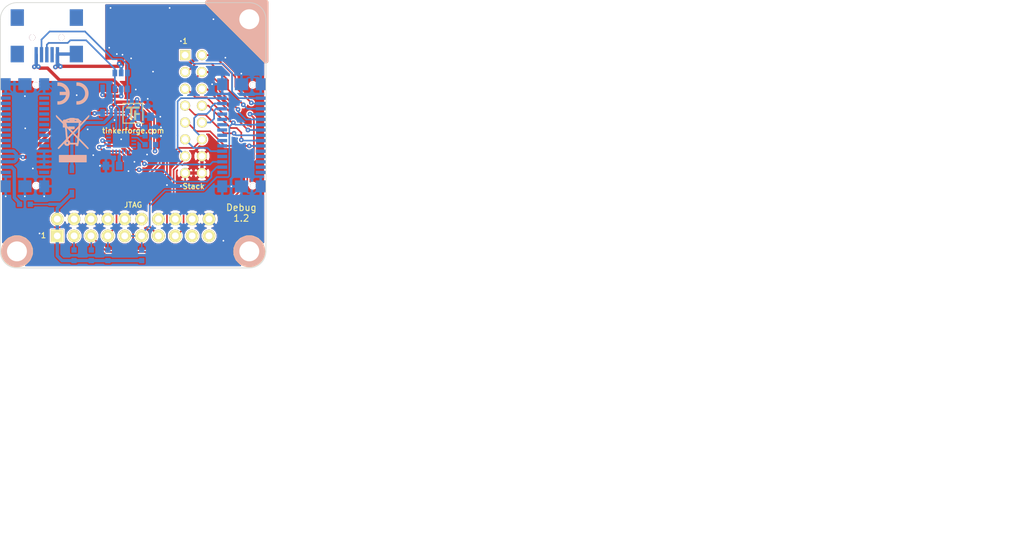
<source format=kicad_pcb>
(kicad_pcb (version 4) (host pcbnew 4.0.2+dfsg1-stable)
  (title_block (title "Debug Brick") (rev 1.2) (company "Tinkerforge GmbH") (comment 1 "Licensed under CERN OHL v.1.1") (comment 2 "Copyright (©) 2015, B.Nordmeyer <bastian@tinkerforge.com>"))
  (layers (0 Vorderseite signal hide) (31 Rückseite signal hide) (34 B.Paste user) (35 F.Paste user) (36 B.SilkS user) (37 F.SilkS user) (38 B.Mask user) (39 F.Mask user) (44 Edge.Cuts user))
  (net 0 "")
  (net 1 +5V)
  (net 2 EX-SEL)
  (net 3 GND)
  (net 4 "Net-(C3-Pad1)")
  (net 5 "Net-(C4-Pad1)")
  (net 6 "Net-(D1-Pad1)")
  (net 7 "Net-(J1-Pad1)")
  (net 8 "Net-(J1-Pad11)")
  (net 9 "Net-(J1-Pad13)")
  (net 10 "Net-(J1-Pad15)")
  (net 11 "Net-(J1-Pad17)")
  (net 12 "Net-(J1-Pad19)")
  (net 13 "Net-(J1-Pad3)")
  (net 14 "Net-(J1-Pad5)")
  (net 15 "Net-(J1-Pad7)")
  (net 16 "Net-(J1-Pad9)")
  (net 17 "Net-(J2-Pad2)")
  (net 18 "Net-(J2-Pad3)")
  (net 19 "Net-(J3-Pad28)")
  (net 20 "Net-(P2-Pad3)")
  (net 21 "Net-(R5-Pad1)")
  (net 22 RXD)
  (net 23 SCL)
  (net 24 SDA)
  (net 25 SEL)
  (net 26 TXD)
  (net 27 +3V3)
  (net 28 "Net-(J1-Pad21)")
  (net 29 "Net-(J1-Pad23)")
  (net 30 "Net-(J1-Pad25)")
  (net 31 "Net-(J1-Pad27)")
  (net 32 "Net-(J1-Pad29)")
  (net 33 "Net-(J1-Pad30)")
  (net 34 "Net-(J1-Pad24)")
  (net 35 "Net-(J1-Pad20)")
  (net 36 "Net-(J1-Pad18)")
  (net 37 "Net-(J1-Pad16)")
  (net 38 "Net-(J1-Pad14)")
  (net 39 "Net-(J1-Pad12)")
  (net 40 "Net-(J1-Pad10)")
  (net 41 "Net-(J1-Pad8)")
  (net 42 "Net-(J2-Pad4)")
  (net 43 "Net-(J3-Pad1)")
  (net 44 "Net-(J3-Pad3)")
  (net 45 "Net-(J3-Pad5)")
  (net 46 "Net-(J3-Pad7)")
  (net 47 "Net-(J3-Pad9)")
  (net 48 "Net-(J3-Pad11)")
  (net 49 "Net-(J3-Pad13)")
  (net 50 "Net-(J3-Pad15)")
  (net 51 "Net-(J3-Pad17)")
  (net 52 "Net-(J3-Pad19)")
  (net 53 "Net-(J3-Pad29)")
  (net 54 "Net-(J3-Pad30)")
  (net 55 "Net-(J3-Pad20)")
  (net 56 "Net-(J3-Pad18)")
  (net 57 "Net-(J3-Pad16)")
  (net 58 "Net-(J3-Pad14)")
  (net 59 "Net-(J3-Pad12)")
  (net 60 "Net-(J3-Pad10)")
  (net 61 "Net-(J3-Pad8)")
  (net 62 "Net-(J3-Pad6)")
  (net 63 "Net-(J3-Pad4)")
  (net 64 "Net-(J3-Pad2)")
  (net 65 "Net-(P2-Pad17)")
  (net 66 "Net-(P2-Pad19)")
  (net 67 "Net-(U2-Pad1)")
  (net 68 "Net-(U2-Pad10)")
  (net 69 "Net-(U2-Pad11)")
  (net 70 "Net-(U2-Pad12)")
  (net 71 "Net-(U2-Pad13)")
  (net 72 "Net-(U2-Pad14)")
  (net 73 "Net-(U2-Pad15)")
  (net 74 "Net-(U2-Pad17)")
  (net 75 "Net-(U2-Pad18)")
  (net 76 "Net-(U2-Pad19)")
  (net 77 "Net-(U2-Pad22)")
  (net 78 "Net-(U2-Pad23)")
  (net 79 "Net-(U2-Pad24)")
  (module kicad-libraries:CE_5mm (layer Rückseite) (at 139 97.9 180)
    (fp_text reference VAL hide)
    (fp_text value CE_5mm hide)
  )
  (module kicad-libraries:WEEE_7mm (layer Rückseite) (at 139 104.7 180)
    (fp_text reference VAL hide)
    (fp_text value WEEE_7mm hide)
  )
  (module kicad-libraries:Logo_31x31 (layer Vorderseite) (at 146.5 99.3)
    (fp_text reference G*** hide)
    (fp_text value Logo_31x31 hide)
  )
  (module SOD-123 (layer Rückseite) (at 143.5 99 270)
    (fp_text reference D1)
    (fp_text value B0520LW)
    (pad 1 smd rect (at -1.84912 0 270) (size 1.19888 0.70104) (layers Rückseite B.Paste B.Mask) (net 6 "Net-(D1-Pad1)") (clearance 0.14986))
    (pad 2 smd rect (at 1.84912 0 270) (size 1.19888 0.70104) (layers Rückseite B.Paste B.Mask) (net 1 +5V) (clearance 0.14986))
  )
  (module SOD-123 (layer Rückseite) (at 138.875 111.15 270)
    (fp_text reference D2)
    (fp_text value B0520LW)
    (pad 1 smd rect (at -1.84912 0 270) (size 1.19888 0.70104) (layers Rückseite B.Paste B.Mask) (net 5 "Net-(C4-Pad1)") (clearance 0.14986))
    (pad 2 smd rect (at 1.84912 0 270) (size 1.19888 0.70104) (layers Rückseite B.Paste B.Mask) (net 27 +3V3) (clearance 0.14986))
  )
  (module R0603 (layer Rückseite) (at 141.8 122.3 90)
    (fp_text reference R1)
    (fp_text value 100k)
    (pad 1 smd rect (at -0.8001 0 90) (size 0.8001 0.8001) (layers Rückseite B.Paste B.Mask) (net 27 +3V3))
    (pad 2 smd rect (at 0.8001 0 90) (size 0.8001 0.8001) (layers Rückseite B.Paste B.Mask) (net 24 SDA))
  )
  (module R0603 (layer Rückseite) (at 144.3 122.3 90)
    (fp_text reference R2)
    (fp_text value 100k)
    (pad 1 smd rect (at -0.8001 0 90) (size 0.8001 0.8001) (layers Rückseite B.Paste B.Mask) (net 27 +3V3))
    (pad 2 smd rect (at 0.8001 0 90) (size 0.8001 0.8001) (layers Rückseite B.Paste B.Mask) (net 16 "Net-(J1-Pad9)"))
  )
  (module R0603 (layer Rückseite) (at 149.4 122.3 90)
    (fp_text reference R3)
    (fp_text value 100k)
    (pad 1 smd rect (at -0.8001 0 90) (size 0.8001 0.8001) (layers Rückseite B.Paste B.Mask) (net 27 +3V3))
    (pad 2 smd rect (at 0.8001 0 90) (size 0.8001 0.8001) (layers Rückseite B.Paste B.Mask) (net 8 "Net-(J1-Pad11)"))
  )
  (module R0603 (layer Rückseite) (at 139.2 122.3 90)
    (fp_text reference R4)
    (fp_text value 100k)
    (pad 1 smd rect (at -0.8001 0 90) (size 0.8001 0.8001) (layers Rückseite B.Paste B.Mask) (net 27 +3V3))
    (pad 2 smd rect (at 0.8001 0 90) (size 0.8001 0.8001) (layers Rückseite B.Paste B.Mask) (net 20 "Net-(P2-Pad3)"))
  )
  (module SC-74 (layer Rückseite) (at 146.3 96)
    (fp_text reference U1)
    (fp_text value CM1293A)
    (pad 1 smd rect (at -0.94996 -1.19888) (size 0.70104 1.00076) (layers Rückseite B.Paste B.Mask) (net 18 "Net-(J2-Pad3)") (clearance 0.14986))
    (pad 2 smd rect (at 0 -1.19888) (size 0.70104 1.00076) (layers Rückseite B.Paste B.Mask) (net 3 GND) (clearance 0.14986))
    (pad 3 smd rect (at 0.94996 -1.19888) (size 0.70104 1.00076) (layers Rückseite B.Paste B.Mask) (net 17 "Net-(J2-Pad2)") (clearance 0.14986))
    (pad 6 smd rect (at -0.94996 1.19888) (size 0.70104 1.00076) (layers Rückseite B.Paste B.Mask) (net 18 "Net-(J2-Pad3)") (clearance 0.14986))
    (pad 4 smd rect (at 0.94996 1.19888) (size 0.70104 1.00076) (layers Rückseite B.Paste B.Mask) (net 17 "Net-(J2-Pad2)") (clearance 0.14986))
    (pad 5 smd rect (at 0 1.19888) (size 0.70104 1.00076) (layers Rückseite B.Paste B.Mask) (net 6 "Net-(D1-Pad1)") (clearance 0.14986))
  )
  (module DRILL_NP (layer Vorderseite) (at 165.60038 121.69902 270)
    (fp_text reference U3 hide)
    (fp_text value DRILL hide)
    (pad "" np_thru_hole circle (at 0 0 270) (size 2.99974 2.99974) (drill 2.99974) (layers *.Cu *.Mask F.SilkS) (clearance 0.89916))
  )
  (module DRILL_NP (layer Vorderseite) (at 165.60038 86.70036)
    (fp_text reference U4 hide)
    (fp_text value DRILL hide)
    (pad "" np_thru_hole circle (at 0 0) (size 2.99974 2.99974) (drill 2.99974) (layers *.Cu *.Mask F.SilkS) (clearance 0.89916))
  )
  (module DRILL_NP (layer Vorderseite) (at 130.6 121.7)
    (fp_text reference U5 hide)
    (fp_text value DRILL hide)
    (pad "" np_thru_hole circle (at 0 0) (size 2.99974 2.99974) (drill 2.99974) (layers *.Cu *.Mask F.SilkS) (clearance 0.89916))
  )
  (module pin_array_10x2 (layer Vorderseite) (at 148.1 118.1)
    (fp_text reference P2)
    (fp_text value JTAG)
    (pad 1 thru_hole rect (at -11.42746 1.27) (size 1.9 1.9) (drill 1.02) (layers *.Cu *.Mask F.SilkS) (net 27 +3V3))
    (pad 2 thru_hole circle (at -11.43 -1.27) (size 1.9 1.9) (drill 1.02) (layers *.Cu *.Mask F.SilkS) (net 27 +3V3))
    (pad 3 thru_hole circle (at -8.88746 1.27) (size 1.9 1.9) (drill 1.02) (layers *.Cu *.Mask F.SilkS) (net 20 "Net-(P2-Pad3)"))
    (pad 4 thru_hole circle (at -8.88746 -1.27) (size 1.9 1.9) (drill 1.02) (layers *.Cu *.Mask F.SilkS) (net 3 GND))
    (pad 5 thru_hole circle (at -6.34746 1.27) (size 1.9 1.9) (drill 1.02) (layers *.Cu *.Mask F.SilkS) (net 24 SDA))
    (pad 6 thru_hole circle (at -6.34746 -1.27) (size 1.9 1.9) (drill 1.02) (layers *.Cu *.Mask F.SilkS) (net 3 GND))
    (pad 7 thru_hole circle (at -3.80746 1.27) (size 1.9 1.9) (drill 1.02) (layers *.Cu *.Mask F.SilkS) (net 16 "Net-(J1-Pad9)"))
    (pad 8 thru_hole circle (at -3.80746 -1.27) (size 1.9 1.9) (drill 1.02) (layers *.Cu *.Mask F.SilkS) (net 3 GND))
    (pad 9 thru_hole circle (at -1.26746 1.27) (size 1.9 1.9) (drill 1.02) (layers *.Cu *.Mask F.SilkS) (net 8 "Net-(J1-Pad11)"))
    (pad 10 thru_hole circle (at -1.26746 -1.27) (size 1.9 1.9) (drill 1.02) (layers *.Cu *.Mask F.SilkS) (net 3 GND))
    (pad 11 thru_hole circle (at 1.27254 1.27) (size 1.9 1.9) (drill 1.02) (layers *.Cu *.Mask F.SilkS) (net 8 "Net-(J1-Pad11)"))
    (pad 12 thru_hole circle (at 1.27254 -1.27) (size 1.9 1.9) (drill 1.02) (layers *.Cu *.Mask F.SilkS) (net 3 GND))
    (pad 13 thru_hole circle (at 3.81254 1.27) (size 1.9 1.9) (drill 1.02) (layers *.Cu *.Mask F.SilkS) (net 23 SCL))
    (pad 14 thru_hole circle (at 3.81254 -1.27) (size 1.9 1.9) (drill 1.02) (layers *.Cu *.Mask F.SilkS) (net 3 GND))
    (pad 15 thru_hole circle (at 6.35254 1.27) (size 1.9 1.9) (drill 1.02) (layers *.Cu *.Mask F.SilkS) (net 15 "Net-(J1-Pad7)"))
    (pad 16 thru_hole circle (at 6.35254 -1.27) (size 1.9 1.9) (drill 1.02) (layers *.Cu *.Mask F.SilkS) (net 3 GND))
    (pad 17 thru_hole circle (at 8.89254 1.27) (size 1.9 1.9) (drill 1.02) (layers *.Cu *.Mask F.SilkS) (net 65 "Net-(P2-Pad17)"))
    (pad 18 thru_hole circle (at 8.89254 -1.27) (size 1.9 1.9) (drill 1.02) (layers *.Cu *.Mask F.SilkS) (net 3 GND))
    (pad 19 thru_hole circle (at 11.43254 1.27) (size 1.9 1.9) (drill 1.02) (layers *.Cu *.Mask F.SilkS) (net 66 "Net-(P2-Pad19)"))
    (pad 20 thru_hole circle (at 11.43254 -1.27) (size 1.9 1.9) (drill 1.02) (layers *.Cu *.Mask F.SilkS) (net 3 GND))
  )
  (module pin_array_8x2 (layer Vorderseite) (at 157.2 101 270)
    (fp_text reference P1)
    (fp_text value CONN_16)
    (pad 1 thru_hole rect (at -8.89 1.27 270) (size 1.524 1.524) (drill 1.016) (layers *.Cu *.Mask F.SilkS) (net 7 "Net-(J1-Pad1)"))
    (pad 2 thru_hole circle (at -8.89 -1.27 270) (size 1.524 1.524) (drill 1.016) (layers *.Cu *.Mask F.SilkS) (net 13 "Net-(J1-Pad3)"))
    (pad 3 thru_hole circle (at -6.35 1.27 270) (size 1.524 1.524) (drill 1.016) (layers *.Cu *.Mask F.SilkS) (net 14 "Net-(J1-Pad5)"))
    (pad 4 thru_hole circle (at -6.35 -1.27 270) (size 1.524 1.524) (drill 1.016) (layers *.Cu *.Mask F.SilkS) (net 16 "Net-(J1-Pad9)"))
    (pad 5 thru_hole circle (at -3.81 1.27 270) (size 1.524 1.524) (drill 1.016) (layers *.Cu *.Mask F.SilkS) (net 8 "Net-(J1-Pad11)"))
    (pad 6 thru_hole circle (at -3.81 -1.27 270) (size 1.524 1.524) (drill 1.016) (layers *.Cu *.Mask F.SilkS) (net 9 "Net-(J1-Pad13)"))
    (pad 7 thru_hole circle (at -1.27 1.27 270) (size 1.524 1.524) (drill 1.016) (layers *.Cu *.Mask F.SilkS) (net 10 "Net-(J1-Pad15)"))
    (pad 8 thru_hole circle (at -1.27 -1.27 270) (size 1.524 1.524) (drill 1.016) (layers *.Cu *.Mask F.SilkS) (net 11 "Net-(J1-Pad17)"))
    (pad 9 thru_hole circle (at 1.27 1.27 270) (size 1.524 1.524) (drill 1.016) (layers *.Cu *.Mask F.SilkS) (net 12 "Net-(J1-Pad19)"))
    (pad 10 thru_hole circle (at 1.27 -1.27 270) (size 1.524 1.524) (drill 1.016) (layers *.Cu *.Mask F.SilkS) (net 25 SEL))
    (pad 11 thru_hole circle (at 3.81 1.27 270) (size 1.524 1.524) (drill 1.016) (layers *.Cu *.Mask F.SilkS) (net 2 EX-SEL))
    (pad 12 thru_hole circle (at 3.81 -1.27 270) (size 1.524 1.524) (drill 1.016) (layers *.Cu *.Mask F.SilkS) (net 23 SCL))
    (pad 13 thru_hole circle (at 6.35 1.27 270) (size 1.524 1.524) (drill 1.016) (layers *.Cu *.Mask F.SilkS) (net 24 SDA))
    (pad 14 thru_hole circle (at 6.35 -1.27 270) (size 1.524 1.524) (drill 1.016) (layers *.Cu *.Mask F.SilkS) (net 3 GND))
    (pad 15 thru_hole circle (at 8.89 1.27 270) (size 1.524 1.524) (drill 1.016) (layers *.Cu *.Mask F.SilkS) (net 3 GND))
    (pad 16 thru_hole circle (at 8.89 -1.27 270) (size 1.524 1.524) (drill 1.016) (layers *.Cu *.Mask F.SilkS) (net 3 GND))
  )
  (module C0603 (layer Rückseite) (at 150.7 103)
    (fp_text reference C1)
    (fp_text value 100nF)
    (pad 1 smd rect (at -0.8001 0) (size 0.8001 0.8001) (layers Rückseite B.Paste B.Mask) (net 1 +5V))
    (pad 2 smd rect (at 0.8001 0) (size 0.8001 0.8001) (layers Rückseite B.Paste B.Mask) (net 3 GND))
  )
  (module C0603 (layer Rückseite) (at 150.7 104.3)
    (fp_text reference C2)
    (fp_text value 100nF)
    (pad 1 smd rect (at -0.8001 0) (size 0.8001 0.8001) (layers Rückseite B.Paste B.Mask) (net 1 +5V))
    (pad 2 smd rect (at 0.8001 0) (size 0.8001 0.8001) (layers Rückseite B.Paste B.Mask) (net 3 GND))
  )
  (module C0805 (layer Rückseite) (at 145 108.8 180)
    (fp_text reference C3)
    (fp_text value 4.7µF/10V)
    (pad 1 smd rect (at -1.00076 0 180) (size 1.00076 1.24968) (layers Rückseite B.Paste B.Mask) (net 4 "Net-(C3-Pad1)") (clearance 0.14986))
    (pad 2 smd rect (at 1.00076 0 180) (size 1.00076 1.24968) (layers Rückseite B.Paste B.Mask) (net 3 GND) (clearance 0.14986))
  )
  (module C0805 (layer Rückseite) (at 149.7 101.4)
    (fp_text reference C4)
    (fp_text value 4.7µF/10V)
    (pad 1 smd rect (at -1.00076 0) (size 1.00076 1.24968) (layers Rückseite B.Paste B.Mask) (net 5 "Net-(C4-Pad1)") (clearance 0.14986))
    (pad 2 smd rect (at 1.00076 0) (size 1.00076 1.24968) (layers Rückseite B.Paste B.Mask) (net 3 GND) (clearance 0.14986))
  )
  (module C0603 (layer Rückseite) (at 149.5 99.8)
    (fp_text reference C5)
    (fp_text value 100nF)
    (pad 1 smd rect (at -0.8001 0) (size 0.8001 0.8001) (layers Rückseite B.Paste B.Mask) (net 5 "Net-(C4-Pad1)"))
    (pad 2 smd rect (at 0.8001 0) (size 0.8001 0.8001) (layers Rückseite B.Paste B.Mask) (net 3 GND))
  )
  (module R0603 (layer Rückseite) (at 150.7 105.6)
    (fp_text reference R5)
    (fp_text value 4k7)
    (pad 1 smd rect (at -0.8001 0) (size 0.8001 0.8001) (layers Rückseite B.Paste B.Mask) (net 21 "Net-(R5-Pad1)"))
    (pad 2 smd rect (at 0.8001 0) (size 0.8001 0.8001) (layers Rückseite B.Paste B.Mask) (net 5 "Net-(C4-Pad1)"))
  )
  (module R0603 (layer Rückseite) (at 131.8 114.6)
    (fp_text reference R6)
    (fp_text value 0)
    (pad 1 smd rect (at -0.8001 0) (size 0.8001 0.8001) (layers Rückseite B.Paste B.Mask) (net 19 "Net-(J3-Pad28)"))
    (pad 2 smd rect (at 0.8001 0) (size 0.8001 0.8001) (layers Rückseite B.Paste B.Mask) (net 27 +3V3))
  )
  (module kicad-libraries:QFN-24-4x4-EP (layer Rückseite) (at 146.3 104.8)
    (fp_text reference U2)
    (fp_text value CP2104)
    (pad 1 smd rect (at -1.24968 -1.89992 180) (size 0.24892 0.6985) (layers Rückseite B.Paste B.Mask) (net 67 "Net-(U2-Pad1)"))
    (pad 2 smd rect (at -0.7493 -1.89992 180) (size 0.24892 0.6985) (layers Rückseite B.Paste B.Mask) (net 3 GND))
    (pad 3 smd rect (at -0.24892 -1.89992 180) (size 0.24892 0.6985) (layers Rückseite B.Paste B.Mask) (net 18 "Net-(J2-Pad3)"))
    (pad 4 smd rect (at 0.24892 -1.89992 180) (size 0.24892 0.6985) (layers Rückseite B.Paste B.Mask) (net 17 "Net-(J2-Pad2)"))
    (pad 5 smd rect (at 0.7493 -1.89992 180) (size 0.24892 0.6985) (layers Rückseite B.Paste B.Mask) (net 5 "Net-(C4-Pad1)"))
    (pad 6 smd rect (at 1.24968 -1.89992 180) (size 0.24892 0.6985) (layers Rückseite B.Paste B.Mask) (net 5 "Net-(C4-Pad1)"))
    (pad 7 smd rect (at 1.89992 -1.24968 90) (size 0.24892 0.6985) (layers Rückseite B.Paste B.Mask) (net 1 +5V))
    (pad 8 smd rect (at 1.89992 -0.7493 90) (size 0.24892 0.6985) (layers Rückseite B.Paste B.Mask) (net 1 +5V))
    (pad 9 smd rect (at 1.89992 -0.24892 90) (size 0.24892 0.6985) (layers Rückseite B.Paste B.Mask) (net 21 "Net-(R5-Pad1)"))
    (pad 10 smd rect (at 1.89992 0.24892 90) (size 0.24892 0.6985) (layers Rückseite B.Paste B.Mask) (net 68 "Net-(U2-Pad10)"))
    (pad 11 smd rect (at 1.89992 0.7493 90) (size 0.24892 0.6985) (layers Rückseite B.Paste B.Mask) (net 69 "Net-(U2-Pad11)"))
    (pad 12 smd rect (at 1.89992 1.24968 90) (size 0.24892 0.6985) (layers Rückseite B.Paste B.Mask) (net 70 "Net-(U2-Pad12)"))
    (pad 13 smd rect (at 1.24968 1.89992) (size 0.24892 0.6985) (layers Rückseite B.Paste B.Mask) (net 71 "Net-(U2-Pad13)"))
    (pad 14 smd rect (at 0.7493 1.89992) (size 0.24892 0.6985) (layers Rückseite B.Paste B.Mask) (net 72 "Net-(U2-Pad14)"))
    (pad 15 smd rect (at 0.24892 1.89992) (size 0.24892 0.6985) (layers Rückseite B.Paste B.Mask) (net 73 "Net-(U2-Pad15)"))
    (pad 16 smd rect (at -0.24892 1.89992) (size 0.24892 0.6985) (layers Rückseite B.Paste B.Mask) (net 4 "Net-(C3-Pad1)"))
    (pad 17 smd rect (at -0.7493 1.89992) (size 0.24892 0.6985) (layers Rückseite B.Paste B.Mask) (net 74 "Net-(U2-Pad17)"))
    (pad 18 smd rect (at -1.24968 1.89992) (size 0.24892 0.6985) (layers Rückseite B.Paste B.Mask) (net 75 "Net-(U2-Pad18)"))
    (pad 19 smd rect (at -1.89992 1.24968 270) (size 0.24892 0.6985) (layers Rückseite B.Paste B.Mask) (net 76 "Net-(U2-Pad19)"))
    (pad 20 smd rect (at -1.89992 0.7493 270) (size 0.24892 0.6985) (layers Rückseite B.Paste B.Mask) (net 26 TXD))
    (pad 21 smd rect (at -1.89992 0.24892 270) (size 0.24892 0.6985) (layers Rückseite B.Paste B.Mask) (net 22 RXD))
    (pad 22 smd rect (at -1.89992 -0.24892 270) (size 0.24892 0.6985) (layers Rückseite B.Paste B.Mask) (net 77 "Net-(U2-Pad22)"))
    (pad 23 smd rect (at -1.89992 -0.7493 270) (size 0.24892 0.6985) (layers Rückseite B.Paste B.Mask) (net 78 "Net-(U2-Pad23)"))
    (pad 24 smd rect (at -1.89992 -1.24968 270) (size 0.24892 0.6985) (layers Rückseite B.Paste B.Mask) (net 79 "Net-(U2-Pad24)"))
    (pad 25 smd rect (at 0 0) (size 2.49936 2.49936) (layers Rückseite B.Paste B.Mask) (net 3 GND))
  )
  (module kicad-libraries:BTB08-ACS-BTM (layer Rückseite) (at 131.8 104.19 270)
    (fp_text reference J3)
    (fp_text value STACK-DOWN)
    (pad 1 smd rect (at -5.59816 -2.89814 90) (size 0.49784 1.4986) (layers Rückseite B.Paste B.Mask) (net 43 "Net-(J3-Pad1)"))
    (pad 3 smd rect (at -4.79806 -2.89814 90) (size 0.49784 1.4986) (layers Rückseite B.Paste B.Mask) (net 44 "Net-(J3-Pad3)"))
    (pad 5 smd rect (at -3.99796 -2.89814 90) (size 0.49784 1.4986) (layers Rückseite B.Paste B.Mask) (net 45 "Net-(J3-Pad5)"))
    (pad 7 smd rect (at -3.19786 -2.89814 90) (size 0.49784 1.4986) (layers Rückseite B.Paste B.Mask) (net 46 "Net-(J3-Pad7)"))
    (pad 9 smd rect (at -2.39776 -2.89814 90) (size 0.49784 1.4986) (layers Rückseite B.Paste B.Mask) (net 47 "Net-(J3-Pad9)"))
    (pad 11 smd rect (at -1.59766 -2.89814 90) (size 0.49784 1.4986) (layers Rückseite B.Paste B.Mask) (net 48 "Net-(J3-Pad11)"))
    (pad 13 smd rect (at -0.79756 -2.89814 90) (size 0.49784 1.4986) (layers Rückseite B.Paste B.Mask) (net 49 "Net-(J3-Pad13)"))
    (pad 15 smd rect (at 0 -2.89814 90) (size 0.49784 1.4986) (layers Rückseite B.Paste B.Mask) (net 50 "Net-(J3-Pad15)"))
    (pad 17 smd rect (at 0.79756 -2.89814 90) (size 0.49784 1.4986) (layers Rückseite B.Paste B.Mask) (net 51 "Net-(J3-Pad17)"))
    (pad 19 smd rect (at 1.59766 -2.89814 90) (size 0.49784 1.4986) (layers Rückseite B.Paste B.Mask) (net 52 "Net-(J3-Pad19)"))
    (pad 21 smd rect (at 2.39776 -2.89814 90) (size 0.49784 1.4986) (layers Rückseite B.Paste B.Mask) (net 3 GND))
    (pad 23 smd rect (at 3.19786 -2.89814 90) (size 0.49784 1.4986) (layers Rückseite B.Paste B.Mask) (net 3 GND))
    (pad 25 smd rect (at 3.99796 -2.89814 90) (size 0.49784 1.4986) (layers Rückseite B.Paste B.Mask) (net 3 GND))
    (pad 27 smd rect (at 4.79806 -2.89814 90) (size 0.49784 1.4986) (layers Rückseite B.Paste B.Mask) (net 3 GND))
    (pad 29 smd rect (at 5.59816 -2.89814 90) (size 0.49784 1.4986) (layers Rückseite B.Paste B.Mask) (net 53 "Net-(J3-Pad29)"))
    (pad 30 smd rect (at 5.59816 2.89814 270) (size 0.49784 1.4986) (layers Rückseite B.Paste B.Mask) (net 54 "Net-(J3-Pad30)"))
    (pad 28 smd rect (at 4.79806 2.89814 270) (size 0.49784 1.4986) (layers Rückseite B.Paste B.Mask) (net 19 "Net-(J3-Pad28)"))
    (pad 26 smd rect (at 3.99796 2.89814 270) (size 0.49784 1.4986) (layers Rückseite B.Paste B.Mask) (net 1 +5V))
    (pad 24 smd rect (at 3.19786 2.89814 270) (size 0.49784 1.4986) (layers Rückseite B.Paste B.Mask) (net 1 +5V))
    (pad 22 smd rect (at 2.39776 2.89814 270) (size 0.49784 1.4986) (layers Rückseite B.Paste B.Mask) (net 1 +5V))
    (pad 20 smd rect (at 1.59766 2.89814 270) (size 0.49784 1.4986) (layers Rückseite B.Paste B.Mask) (net 55 "Net-(J3-Pad20)"))
    (pad 18 smd rect (at 0.79756 2.89814 270) (size 0.49784 1.4986) (layers Rückseite B.Paste B.Mask) (net 56 "Net-(J3-Pad18)"))
    (pad 16 smd rect (at 0 2.89814 270) (size 0.49784 1.4986) (layers Rückseite B.Paste B.Mask) (net 57 "Net-(J3-Pad16)"))
    (pad 14 smd rect (at -0.79756 2.89814 270) (size 0.49784 1.4986) (layers Rückseite B.Paste B.Mask) (net 58 "Net-(J3-Pad14)"))
    (pad 12 smd rect (at -1.59766 2.89814 270) (size 0.49784 1.4986) (layers Rückseite B.Paste B.Mask) (net 59 "Net-(J3-Pad12)"))
    (pad 10 smd rect (at -2.39776 2.89814 270) (size 0.49784 1.4986) (layers Rückseite B.Paste B.Mask) (net 60 "Net-(J3-Pad10)"))
    (pad 8 smd rect (at -3.19786 2.89814 270) (size 0.49784 1.4986) (layers Rückseite B.Paste B.Mask) (net 61 "Net-(J3-Pad8)"))
    (pad 6 smd rect (at -3.99796 2.89814 270) (size 0.49784 1.4986) (layers Rückseite B.Paste B.Mask) (net 62 "Net-(J3-Pad6)"))
    (pad 4 smd rect (at -4.79806 2.89814 270) (size 0.49784 1.4986) (layers Rückseite B.Paste B.Mask) (net 63 "Net-(J3-Pad4)"))
    (pad 2 smd rect (at -5.59816 2.89814 270) (size 0.49784 1.4986) (layers Rückseite B.Paste B.Mask) (net 64 "Net-(J3-Pad2)"))
    (pad EP smd rect (at 7.69874 2.90068 270) (size 1.80086 1.50114) (layers Rückseite B.Paste B.Mask) (net 3 GND))
    (pad EP smd rect (at 7.69874 -2.90068 270) (size 1.80086 1.50114) (layers Rückseite B.Paste B.Mask) (net 3 GND))
    (pad EP smd rect (at -7.69874 -2.90068 270) (size 1.80086 1.50114) (layers Rückseite B.Paste B.Mask) (net 3 GND))
    (pad EP smd rect (at -7.69874 2.90068 270) (size 1.80086 1.50114) (layers Rückseite B.Paste B.Mask) (net 3 GND))
    (pad EP smd rect (at 7.69874 0 270) (size 1.80086 1.99898) (layers Rückseite B.Paste B.Mask) (net 3 GND))
    (pad EP smd rect (at -7.69874 0 270) (size 1.80086 1.99898) (layers Rückseite B.Paste B.Mask) (net 3 GND))
    (pad "" thru_hole circle (at 7.59968 -1.69926 270) (size 0.8001 0.8001) (drill 0.8001) (layers *.Cu *.Mask B.SilkS))
    (pad "" thru_hole circle (at -7.59968 -1.69926 270) (size 0.8001 0.8001) (drill 0.8001) (layers *.Cu *.Mask B.SilkS))
  )
  (module kicad-libraries:BTB08-ACS-BTM (layer Rückseite) (at 164.42436 104.20096 270)
    (fp_text reference J1)
    (fp_text value STACK-DOWN)
    (pad 1 smd rect (at -5.59816 -2.89814 90) (size 0.49784 1.4986) (layers Rückseite B.Paste B.Mask) (net 7 "Net-(J1-Pad1)"))
    (pad 3 smd rect (at -4.79806 -2.89814 90) (size 0.49784 1.4986) (layers Rückseite B.Paste B.Mask) (net 13 "Net-(J1-Pad3)"))
    (pad 5 smd rect (at -3.99796 -2.89814 90) (size 0.49784 1.4986) (layers Rückseite B.Paste B.Mask) (net 14 "Net-(J1-Pad5)"))
    (pad 7 smd rect (at -3.19786 -2.89814 90) (size 0.49784 1.4986) (layers Rückseite B.Paste B.Mask) (net 15 "Net-(J1-Pad7)"))
    (pad 9 smd rect (at -2.39776 -2.89814 90) (size 0.49784 1.4986) (layers Rückseite B.Paste B.Mask) (net 16 "Net-(J1-Pad9)"))
    (pad 11 smd rect (at -1.59766 -2.89814 90) (size 0.49784 1.4986) (layers Rückseite B.Paste B.Mask) (net 8 "Net-(J1-Pad11)"))
    (pad 13 smd rect (at -0.79756 -2.89814 90) (size 0.49784 1.4986) (layers Rückseite B.Paste B.Mask) (net 9 "Net-(J1-Pad13)"))
    (pad 15 smd rect (at 0 -2.89814 90) (size 0.49784 1.4986) (layers Rückseite B.Paste B.Mask) (net 10 "Net-(J1-Pad15)"))
    (pad 17 smd rect (at 0.79756 -2.89814 90) (size 0.49784 1.4986) (layers Rückseite B.Paste B.Mask) (net 11 "Net-(J1-Pad17)"))
    (pad 19 smd rect (at 1.59766 -2.89814 90) (size 0.49784 1.4986) (layers Rückseite B.Paste B.Mask) (net 12 "Net-(J1-Pad19)"))
    (pad 21 smd rect (at 2.39776 -2.89814 90) (size 0.49784 1.4986) (layers Rückseite B.Paste B.Mask) (net 28 "Net-(J1-Pad21)"))
    (pad 23 smd rect (at 3.19786 -2.89814 90) (size 0.49784 1.4986) (layers Rückseite B.Paste B.Mask) (net 29 "Net-(J1-Pad23)"))
    (pad 25 smd rect (at 3.99796 -2.89814 90) (size 0.49784 1.4986) (layers Rückseite B.Paste B.Mask) (net 30 "Net-(J1-Pad25)"))
    (pad 27 smd rect (at 4.79806 -2.89814 90) (size 0.49784 1.4986) (layers Rückseite B.Paste B.Mask) (net 31 "Net-(J1-Pad27)"))
    (pad 29 smd rect (at 5.59816 -2.89814 90) (size 0.49784 1.4986) (layers Rückseite B.Paste B.Mask) (net 32 "Net-(J1-Pad29)"))
    (pad 30 smd rect (at 5.59816 2.89814 270) (size 0.49784 1.4986) (layers Rückseite B.Paste B.Mask) (net 33 "Net-(J1-Pad30)"))
    (pad 28 smd rect (at 4.79806 2.89814 270) (size 0.49784 1.4986) (layers Rückseite B.Paste B.Mask) (net 26 TXD))
    (pad 26 smd rect (at 3.99796 2.89814 270) (size 0.49784 1.4986) (layers Rückseite B.Paste B.Mask) (net 22 RXD))
    (pad 24 smd rect (at 3.19786 2.89814 270) (size 0.49784 1.4986) (layers Rückseite B.Paste B.Mask) (net 34 "Net-(J1-Pad24)"))
    (pad 22 smd rect (at 2.39776 2.89814 270) (size 0.49784 1.4986) (layers Rückseite B.Paste B.Mask) (net 2 EX-SEL))
    (pad 20 smd rect (at 1.59766 2.89814 270) (size 0.49784 1.4986) (layers Rückseite B.Paste B.Mask) (net 35 "Net-(J1-Pad20)"))
    (pad 18 smd rect (at 0.79756 2.89814 270) (size 0.49784 1.4986) (layers Rückseite B.Paste B.Mask) (net 36 "Net-(J1-Pad18)"))
    (pad 16 smd rect (at 0 2.89814 270) (size 0.49784 1.4986) (layers Rückseite B.Paste B.Mask) (net 37 "Net-(J1-Pad16)"))
    (pad 14 smd rect (at -0.79756 2.89814 270) (size 0.49784 1.4986) (layers Rückseite B.Paste B.Mask) (net 38 "Net-(J1-Pad14)"))
    (pad 12 smd rect (at -1.59766 2.89814 270) (size 0.49784 1.4986) (layers Rückseite B.Paste B.Mask) (net 39 "Net-(J1-Pad12)"))
    (pad 10 smd rect (at -2.39776 2.89814 270) (size 0.49784 1.4986) (layers Rückseite B.Paste B.Mask) (net 40 "Net-(J1-Pad10)"))
    (pad 8 smd rect (at -3.19786 2.89814 270) (size 0.49784 1.4986) (layers Rückseite B.Paste B.Mask) (net 41 "Net-(J1-Pad8)"))
    (pad 6 smd rect (at -3.99796 2.89814 270) (size 0.49784 1.4986) (layers Rückseite B.Paste B.Mask) (net 25 SEL))
    (pad 4 smd rect (at -4.79806 2.89814 270) (size 0.49784 1.4986) (layers Rückseite B.Paste B.Mask) (net 23 SCL))
    (pad 2 smd rect (at -5.59816 2.89814 270) (size 0.49784 1.4986) (layers Rückseite B.Paste B.Mask) (net 24 SDA))
    (pad EP smd rect (at 7.69874 2.90068 270) (size 1.80086 1.50114) (layers Rückseite B.Paste B.Mask) (net 3 GND))
    (pad EP smd rect (at 7.69874 -2.90068 270) (size 1.80086 1.50114) (layers Rückseite B.Paste B.Mask) (net 3 GND))
    (pad EP smd rect (at -7.69874 -2.90068 270) (size 1.80086 1.50114) (layers Rückseite B.Paste B.Mask) (net 3 GND))
    (pad EP smd rect (at -7.69874 2.90068 270) (size 1.80086 1.50114) (layers Rückseite B.Paste B.Mask) (net 3 GND))
    (pad EP smd rect (at 7.69874 0 270) (size 1.80086 1.99898) (layers Rückseite B.Paste B.Mask) (net 3 GND))
    (pad EP smd rect (at -7.69874 0 270) (size 1.80086 1.99898) (layers Rückseite B.Paste B.Mask) (net 3 GND))
    (pad "" thru_hole circle (at 7.59968 -1.69926 270) (size 0.8001 0.8001) (drill 0.8001) (layers *.Cu *.Mask B.SilkS))
    (pad "" thru_hole circle (at -7.59968 -1.69926 270) (size 0.8001 0.8001) (drill 0.8001) (layers *.Cu *.Mask B.SilkS))
  )
  (module kicad-libraries:USB-MINI-B-SMD (layer Rückseite) (at 135.1 84.2 180)
    (fp_text reference J2)
    (fp_text value USB-MINI-B-SMD)
    (pad "" smd rect (at 4.45008 -2.25044 180) (size 1.99898 2.49936) (layers Rückseite B.Paste B.Mask) (clearance 0.14986))
    (pad "" smd rect (at 4.45008 -7.74954 180) (size 1.99898 2.49936) (layers Rückseite B.Paste B.Mask))
    (pad 6 smd rect (at -4.45008 -7.74954 180) (size 1.99898 2.49936) (layers Rückseite B.Paste B.Mask) (net 3 GND))
    (pad "" smd rect (at -4.45008 -2.25044 180) (size 1.99898 2.49936) (layers Rückseite B.Paste B.Mask))
    (pad "" thru_hole circle (at 2.19964 -5.25018 180) (size 0.90932 0.90932) (drill 0.89916) (layers *.Cu *.Mask B.SilkS) (clearance 0.14986))
    (pad "" thru_hole circle (at -2.19964 -5.25018 180) (size 0.90932 0.90932) (drill 0.89916) (layers *.Cu *.Mask B.SilkS) (clearance 0.14986))
    (pad 5 smd rect (at -1.6002 -7.85114 180) (size 0.50038 2.30124) (layers Rückseite B.Paste B.Mask) (net 3 GND) (clearance 0.14986))
    (pad 4 smd rect (at -0.8001 -7.85114 180) (size 0.50038 2.30124) (layers Rückseite B.Paste B.Mask) (net 42 "Net-(J2-Pad4)") (clearance 0.14986))
    (pad 3 smd rect (at 0 -7.85114 180) (size 0.50038 2.30124) (layers Rückseite B.Paste B.Mask) (net 18 "Net-(J2-Pad3)") (clearance 0.14986))
    (pad 2 smd rect (at 0.8001 -7.85114 180) (size 0.50038 2.30124) (layers Rückseite B.Paste B.Mask) (net 17 "Net-(J2-Pad2)") (clearance 0.14986))
    (pad 1 smd rect (at 1.6002 -7.85114 180) (size 0.50038 2.30124) (layers Rückseite B.Paste B.Mask) (net 6 "Net-(D1-Pad1)") (clearance 0.14986))
  )
  (gr_text Stack (at 157.2 111.9) (layer F.SilkS) (effects (font (size 0.8 0.8))))
  (gr_text 1 (at 155.925 90) (layer F.SilkS) (effects (font (size 0.8 0.8))))
  (gr_arc (start 130.59918 86.70036) (end 128.09982 86.70036) (angle 90) (layer Edge.Cuts) (width 0.09906))
  (gr_arc (start 130.59918 121.69902) (end 130.59918 124.20092) (angle 90) (layer Edge.Cuts) (width 0.09906))
  (gr_arc (start 165.60038 121.69902) (end 168.09974 121.69902) (angle 90) (layer Edge.Cuts) (width 0.09906))
  (gr_arc (start 165.60038 86.70036) (end 165.60038 84.201) (angle 90) (layer Edge.Cuts) (width 0.09906))
  (gr_line (start 168.09974 121.69902) (end 168.09974 86.70036) (angle 90) (layer Edge.Cuts) (width 0.09906))
  (gr_line (start 165.27526 87.14994) (end 165.19906 87.14994) (angle 90) (layer B.SilkS) (width 0.8001))
  (gr_line (start 165.27526 88.02624) (end 165.27526 87.14994) (angle 90) (layer B.SilkS) (width 0.8001))
  (gr_line (start 164.07384 86.82482) (end 165.27526 88.02624) (angle 90) (layer B.SilkS) (width 0.8001))
  (gr_line (start 165.75024 86.82482) (end 164.07384 86.82482) (angle 90) (layer B.SilkS) (width 0.8001))
  (gr_line (start 165.75024 89.12606) (end 165.75024 86.82482) (angle 90) (layer B.SilkS) (width 0.8001))
  (gr_line (start 162.84956 86.22538) (end 165.75024 89.12606) (angle 90) (layer B.SilkS) (width 0.8001))
  (gr_line (start 166.27348 86.22538) (end 162.84956 86.22538) (angle 90) (layer B.SilkS) (width 0.8001))
  (gr_line (start 166.27348 90.17508) (end 166.27348 86.22538) (angle 90) (layer B.SilkS) (width 0.8001))
  (gr_line (start 161.69894 85.60054) (end 166.27348 90.17508) (angle 90) (layer B.SilkS) (width 0.8001))
  (gr_line (start 166.90086 85.60054) (end 161.69894 85.60054) (angle 90) (layer B.SilkS) (width 0.8001))
  (gr_line (start 166.90086 91.2495) (end 166.90086 85.60054) (angle 90) (layer B.SilkS) (width 0.8001))
  (gr_line (start 160.55086 84.8995) (end 166.90086 91.2495) (angle 90) (layer B.SilkS) (width 0.8001))
  (gr_line (start 167.57396 84.8995) (end 160.55086 84.8995) (angle 90) (layer B.SilkS) (width 0.8001))
  (gr_line (start 167.57396 91.72448) (end 167.57396 84.8995) (angle 90) (layer B.SilkS) (width 0.8001))
  (gr_line (start 168.0972 92.94876) (end 168.09974 92.94876) (angle 90) (layer B.SilkS) (width 0.8001))
  (gr_line (start 159.34944 84.201) (end 168.0972 92.94876) (angle 90) (layer B.SilkS) (width 0.8001))
  (gr_line (start 168.09974 84.201) (end 159.34944 84.201) (angle 90) (layer B.SilkS) (width 0.8001))
  (gr_line (start 168.09974 92.94876) (end 168.09974 84.201) (angle 90) (layer B.SilkS) (width 0.8001))
  (gr_line (start 162.90036 86.10092) (end 162.90036 86.12378) (angle 90) (layer F.SilkS) (width 0.8001))
  (gr_line (start 162.57524 85.7758) (end 162.90036 86.10092) (angle 90) (layer F.SilkS) (width 0.8001))
  (gr_line (start 165.24986 87.77478) (end 165.24986 87.22614) (angle 90) (layer F.SilkS) (width 0.8001))
  (gr_line (start 164.2999 86.82482) (end 165.24986 87.77478) (angle 90) (layer F.SilkS) (width 0.8001))
  (gr_line (start 165.77564 86.82482) (end 164.2999 86.82482) (angle 90) (layer F.SilkS) (width 0.8001))
  (gr_line (start 165.77564 88.9254) (end 165.77564 86.82482) (angle 90) (layer F.SilkS) (width 0.8001))
  (gr_line (start 163.10102 86.25078) (end 165.77564 88.9254) (angle 90) (layer F.SilkS) (width 0.8001))
  (gr_line (start 166.30142 86.25078) (end 163.10102 86.25078) (angle 90) (layer F.SilkS) (width 0.8001))
  (gr_line (start 166.30142 90.05062) (end 166.30142 86.25078) (angle 90) (layer F.SilkS) (width 0.8001))
  (gr_line (start 161.80054 85.54974) (end 166.30142 90.05062) (angle 90) (layer F.SilkS) (width 0.8001))
  (gr_line (start 166.90086 85.54974) (end 161.80054 85.54974) (angle 90) (layer F.SilkS) (width 0.8001))
  (gr_line (start 166.90086 91.2241) (end 166.90086 85.54974) (angle 90) (layer F.SilkS) (width 0.8001))
  (gr_line (start 160.57626 84.8995) (end 166.90086 91.2241) (angle 90) (layer F.SilkS) (width 0.8001))
  (gr_line (start 167.57396 84.8995) (end 160.57626 84.8995) (angle 90) (layer F.SilkS) (width 0.8001))
  (gr_line (start 167.57396 91.67622) (end 167.57396 84.8995) (angle 90) (layer F.SilkS) (width 0.8001))
  (gr_line (start 168.09974 84.201) (end 168.09974 92.94876) (angle 90) (layer F.SilkS) (width 0.8001))
  (gr_line (start 159.35198 84.201) (end 168.09974 84.201) (angle 90) (layer F.SilkS) (width 0.8001))
  (gr_line (start 168.09974 92.94876) (end 159.35198 84.201) (angle 90) (layer F.SilkS) (width 0.8001))
  (gr_text 1 (at 134.6 119.3) (layer F.SilkS) (effects (font (size 0.8001 0.8001) (thickness 0.14986))))
  (gr_line (start 128.09982 86.70036) (end 128.09982 121.69902) (angle 90) (layer Edge.Cuts) (width 0.09906))
  (gr_line (start 165.60038 84.201) (end 130.59918 84.201) (angle 90) (layer Edge.Cuts) (width 0.09906))
  (gr_line (start 130.59918 124.20092) (end 165.60038 124.20092) (angle 90) (layer Edge.Cuts) (width 0.09906))
  (gr_text tinkerforge.com (at 148.1 103.5) (layer F.SilkS) (effects (font (size 0.8001 0.8001) (thickness 0.14986))))
  (gr_text "Debug\n1.2" (at 164.4 115.9) (layer F.SilkS) (effects (font (size 1.00076 1.00076) (thickness 0.14986))))
  (gr_text JTAG (at 148.1 114.7) (layer F.SilkS) (effects (font (size 0.8 0.8))))
  (segment (start 149.8999 104.3) (end 149.8999 103) (width 0.25) (layer Rückseite) (net 1))
  (segment (start 148.9507 104.0507) (end 149.2 104.3) (width 0.25) (layer Rückseite) (net 1))
  (segment (start 149.2 104.3) (end 149.8999 104.3) (width 0.25) (layer Rückseite) (net 1))
  (segment (start 148.19992 104.0507) (end 148.9507 104.0507) (width 0.25) (layer Rückseite) (net 1))
  (segment (start 149.04968 103.55032) (end 149.6 103) (width 0.25) (layer Rückseite) (net 1))
  (segment (start 149.6 103) (end 149.8999 103) (width 0.25) (layer Rückseite) (net 1))
  (segment (start 148.19992 103.55032) (end 149.04968 103.55032) (width 0.25) (layer Rückseite) (net 1))
  (segment (start 130.21204 108.18796) (end 130.5 107.9) (width 0.50038) (layer Rückseite) (net 1))
  (segment (start 130.5 107.5) (end 130.5 107) (width 0.50038) (layer Rückseite) (net 1))
  (segment (start 130.5 107.9) (end 130.5 107.5) (width 0.50038) (layer Rückseite) (net 1))
  (segment (start 130.5 107) (end 130.08776 106.58776) (width 0.50038) (layer Rückseite) (net 1))
  (segment (start 130.08776 106.58776) (end 128.90186 106.58776) (width 0.50038) (layer Rückseite) (net 1))
  (segment (start 128.90186 108.18796) (end 130.21204 108.18796) (width 0.50038) (layer Rückseite) (net 1))
  (segment (start 130.6 107.48786) (end 130.6 107.5) (width 0.50038) (layer Rückseite) (net 1))
  (segment (start 130.5 107.38786) (end 130.6 107.48786) (width 0.50038) (layer Rückseite) (net 1))
  (segment (start 130.6 107.5) (end 130.5 107.5) (width 0.50038) (layer Rückseite) (net 1))
  (segment (start 128.90186 107.38786) (end 130.5 107.38786) (width 0.50038) (layer Rückseite) (net 1))
  (segment (start 142.3 100.9) (end 142.35088 100.84912) (width 0.50038) (layer Rückseite) (net 1))
  (via (at 142.3 100.9) (size 0.70104) (layers Vorderseite Rückseite) (net 1))
  (segment (start 142.35088 100.84912) (end 143.5 100.84912) (width 0.50038) (layer Rückseite) (net 1))
  (segment (start 149.3 103) (end 148.9 102.6) (width 0.25) (layer Rückseite) (net 1))
  (via (at 148.9 102.6) (size 0.70104) (layers Vorderseite Rückseite) (net 1))
  (segment (start 148.9 102.6) (end 147.2 100.9) (width 0.25) (layer Vorderseite) (net 1))
  (segment (start 147.2 100.9) (end 142.3 100.9) (width 0.25) (layer Vorderseite) (net 1))
  (segment (start 149.8999 103) (end 149.3 103) (width 0.25) (layer Rückseite) (net 1))
  (segment (start 138.5 100.9) (end 131.9 107.5) (width 0.5) (layer Vorderseite) (net 1))
  (segment (start 131.9 107.5) (end 131.5 107.5) (width 0.5) (layer Vorderseite) (net 1))
  (via (at 131.5 107.5) (size 0.70104) (layers Vorderseite Rückseite) (net 1))
  (segment (start 131.5 107.5) (end 131.38786 107.38786) (width 0.5) (layer Rückseite) (net 1))
  (segment (start 131.38786 107.38786) (end 130.5 107.38786) (width 0.5) (layer Rückseite) (net 1))
  (segment (start 142.3 100.9) (end 138.5 100.9) (width 0.5) (layer Vorderseite) (net 1))
  (segment (start 159.79872 106.59872) (end 159.3 106.1) (width 0.25) (layer Rückseite) (net 2))
  (segment (start 159.3 106.1) (end 157.22 106.1) (width 0.25) (layer Rückseite) (net 2))
  (segment (start 161.52622 106.59872) (end 159.79872 106.59872) (width 0.25) (layer Rückseite) (net 2))
  (segment (start 157.22 106.1) (end 155.93 104.81) (width 0.25) (layer Rückseite) (net 2))
  (segment (start 133.1 107.3) (end 133.1 104.4) (width 0.25) (layer Rückseite) (net 3))
  (segment (start 133.1 104.4) (end 131.85 103.15) (width 0.25) (layer Rückseite) (net 3))
  (via (at 131.85 103.15) (size 0.70104) (layers Vorderseite Rückseite) (net 3))
  (segment (start 134.70068 96.49126) (end 134.70068 96.74932) (width 0.25) (layer Rückseite) (net 3))
  (segment (start 134.70068 96.74932) (end 133.15 98.3) (width 0.25) (layer Rückseite) (net 3))
  (segment (start 133.15 98.3) (end 131.8 98.3) (width 0.25) (layer Rückseite) (net 3))
  (segment (start 131.8 98.3) (end 130.45 98.3) (width 0.25) (layer Rückseite) (net 3))
  (segment (start 130.45 98.3) (end 128.89932 96.74932) (width 0.25) (layer Rückseite) (net 3))
  (segment (start 128.89932 96.74932) (end 128.89932 96.49126) (width 0.25) (layer Rückseite) (net 3))
  (segment (start 131.8 96.49126) (end 131.8 98.3) (width 0.25) (layer Rückseite) (net 3))
  (via (at 131.8 98.3) (size 0.70104) (layers Vorderseite Rückseite) (net 3))
  (segment (start 134.70068 96.49126) (end 135.09126 96.49126) (width 0.25) (layer Rückseite) (net 3))
  (segment (start 135.09126 96.49126) (end 136.75 98.15) (width 0.25) (layer Rückseite) (net 3))
  (segment (start 136.75 98.15) (end 139.6 98.15) (width 0.25) (layer Rückseite) (net 3))
  (via (at 139.6 98.15) (size 0.70104) (layers Vorderseite Rückseite) (net 3))
  (segment (start 145.3 101.9) (end 142.65 101.9) (width 0.25) (layer Vorderseite) (net 3))
  (segment (start 142.65 101.9) (end 141.25 103.3) (width 0.25) (layer Vorderseite) (net 3))
  (via (at 141.25 103.3) (size 0.70104) (layers Vorderseite Rückseite) (net 3))
  (segment (start 136.7002 92.05114) (end 136.7002 93.5998) (width 0.5) (layer Rückseite) (net 3))
  (segment (start 136.7002 93.5998) (end 136.4 93.9) (width 0.5) (layer Rückseite) (net 3))
  (via (at 136.4 93.9) (size 0.70104) (layers Vorderseite Rückseite) (net 3))
  (segment (start 136.4 93.9) (end 136.475 93.825) (width 0.5) (layer Vorderseite) (net 3))
  (segment (start 136.475 93.825) (end 137.15 93.825) (width 0.5) (layer Vorderseite) (net 3))
  (segment (start 155.3 90) (end 155.3 86.7) (width 0.5) (layer Vorderseite) (net 3))
  (segment (start 155.3 86.7) (end 153.6 85) (width 0.5) (layer Vorderseite) (net 3))
  (via (at 153.6 85) (size 0.70104) (layers Vorderseite Rückseite) (net 3))
  (segment (start 144.5 91) (end 144.5 85.2) (width 0.5) (layer Rückseite) (net 3))
  (segment (start 144.5 85.2) (end 144.7 85) (width 0.5) (layer Rückseite) (net 3))
  (via (at 144.7 85) (size 0.70104) (layers Vorderseite Rückseite) (net 3))
  (segment (start 145.64954 91.94954) (end 145.44954 91.94954) (width 0.5) (layer Vorderseite) (net 3))
  (segment (start 145.44954 91.94954) (end 144.5 91) (width 0.5) (layer Vorderseite) (net 3))
  (via (at 144.5 91) (size 0.70104) (layers Vorderseite Rückseite) (net 3))
  (segment (start 146.4998 92.05114) (end 147.25114 92.05114) (width 0.5) (layer Rückseite) (net 3))
  (segment (start 147.25114 92.05114) (end 147.8 92.6) (width 0.5) (layer Rückseite) (net 3))
  (via (at 147.8 92.6) (size 0.70104) (layers Vorderseite Rückseite) (net 3))
  (segment (start 146.4998 92.1) (end 146.4998 92.05114) (width 0.5) (layer Vorderseite) (net 3))
  (via (at 146.4998 92.05114) (size 0.70104) (layers Vorderseite Rückseite) (net 3))
  (segment (start 146.4998 92.05114) (end 146.5 92.05094) (width 0.5) (layer Rückseite) (net 3))
  (segment (start 146.5 92.05094) (end 146.5 92) (width 0.5) (layer Rückseite) (net 3))
  (segment (start 146 93.4) (end 146 92.3) (width 0.5) (layer Vorderseite) (net 3))
  (segment (start 146 92.3) (end 145.64954 91.94954) (width 0.5) (layer Vorderseite) (net 3))
  (segment (start 139.55008 91.94954) (end 136.8018 91.94954) (width 0.5) (layer Rückseite) (net 3))
  (segment (start 136.8018 91.94954) (end 136.7002 92.05114) (width 0.5) (layer Rückseite) (net 3))
  (segment (start 146.3 93.8) (end 146.3 93.7) (width 0.5) (layer Rückseite) (net 3))
  (segment (start 146.3 93.7) (end 146 93.4) (width 0.5) (layer Rückseite) (net 3))
  (via (at 146 93.4) (size 0.70104) (layers Vorderseite Rückseite) (net 3))
  (segment (start 146.3 93.8) (end 137.175 93.8) (width 0.5) (layer Vorderseite) (net 3))
  (via (at 137.15 93.825) (size 0.70104) (layers Vorderseite Rückseite) (net 3))
  (segment (start 136.7002 93.3752) (end 137.15 93.825) (width 0.50038) (layer Rückseite) (net 3))
  (segment (start 136.7002 93.3752) (end 136.7002 92.05114) (width 0.50038) (layer Rückseite) (net 3))
  (segment (start 137.175 93.8) (end 137.15 93.825) (width 0.25) (layer Vorderseite) (net 3))
  (segment (start 136.8018 91.94954) (end 136.7002 92.05114) (width 0.25) (layer Rückseite) (net 3))
  (segment (start 146.4998 93.6002) (end 146.3 93.8) (width 0.5) (layer Vorderseite) (net 3))
  (segment (start 146.4998 92.05114) (end 146.4998 92.1) (width 0.5) (layer Vorderseite) (net 3))
  (segment (start 146.4998 92.1) (end 146.4998 93.6002) (width 0.5) (layer Vorderseite) (net 3))
  (via (at 146.3 93.8) (size 0.70104) (layers Vorderseite Rückseite) (net 3))
  (segment (start 146.3 93.8) (end 146.3 94.80112) (width 0.5) (layer Rückseite) (net 3))
  (via (at 162.9 111.9) (size 0.70104) (layers Vorderseite Rückseite) (net 3))
  (segment (start 162.9 111.9) (end 162.8997 111.8997) (width 0.25) (layer Rückseite) (net 3))
  (segment (start 162.8997 111.8997) (end 161.52368 111.8997) (width 0.25) (layer Rückseite) (net 3))
  (via (at 150.3 98.7) (size 0.70104) (layers Vorderseite Rückseite) (net 3))
  (segment (start 150.3 98.7) (end 150.3001 98.7001) (width 0.25) (layer Rückseite) (net 3))
  (segment (start 150.3001 98.7001) (end 150.3001 99.8) (width 0.25) (layer Rückseite) (net 3))
  (segment (start 150.3 98.4) (end 150.3 98.7) (width 0.25) (layer Vorderseite) (net 3))
  (segment (start 154.2 94.5) (end 150.3 98.4) (width 0.25) (layer Vorderseite) (net 3))
  (segment (start 154.2 91) (end 154.2 94.5) (width 0.25) (layer Vorderseite) (net 3))
  (segment (start 155.2 90) (end 154.2 91) (width 0.25) (layer Vorderseite) (net 3))
  (segment (start 155.3 90) (end 155.2 90) (width 0.25) (layer Vorderseite) (net 3))
  (segment (start 158.2 90) (end 155.3 90) (width 0.25) (layer Vorderseite) (net 3))
  (segment (start 159.5 90) (end 158.2 90) (width 0.25) (layer Vorderseite) (net 3))
  (segment (start 162 92.5) (end 159.5 90) (width 0.25) (layer Vorderseite) (net 3))
  (segment (start 164.4 94.9) (end 162 92.5) (width 0.25) (layer Vorderseite) (net 3))
  (via (at 164.4 94.9) (size 0.70104) (layers Vorderseite Rückseite) (net 3))
  (segment (start 164.42436 94.92436) (end 164.4 94.9) (width 0.25) (layer Rückseite) (net 3))
  (segment (start 164.42436 96.50222) (end 164.42436 94.92436) (width 0.25) (layer Rückseite) (net 3))
  (via (at 152.2 101.4) (size 0.70104) (layers Vorderseite Rückseite) (net 3))
  (segment (start 152.2 101.4) (end 150.3 99.5) (width 0.25) (layer Vorderseite) (net 3))
  (segment (start 150.3 99.5) (end 150.3 98.7) (width 0.25) (layer Vorderseite) (net 3))
  (segment (start 150.70076 101.4) (end 152.2 101.4) (width 0.25) (layer Rückseite) (net 3))
  (segment (start 152.3 101.5) (end 152.2 101.4) (width 0.25) (layer Vorderseite) (net 3))
  (segment (start 151.5001 103) (end 152.3 103) (width 0.25) (layer Rückseite) (net 3))
  (via (at 152.3 103) (size 0.70104) (layers Vorderseite Rückseite) (net 3))
  (segment (start 152.3 103) (end 152.3 101.5) (width 0.25) (layer Vorderseite) (net 3))
  (segment (start 152.3 104.3) (end 151.5001 104.3) (width 0.25) (layer Rückseite) (net 3))
  (via (at 152.3 104.3) (size 0.70104) (layers Vorderseite Rückseite) (net 3))
  (segment (start 152.3 103) (end 152.3 104.3) (width 0.25) (layer Vorderseite) (net 3))
  (segment (start 145.5507 102.90008) (end 145.5507 104.0507) (width 0.25) (layer Rückseite) (net 3))
  (segment (start 145.5507 104.0507) (end 146.3 104.8) (width 0.25) (layer Rückseite) (net 3))
  (via (at 146.3 104.8) (size 0.70104) (layers Vorderseite Rückseite) (net 3))
  (segment (start 133.51224 106.58776) (end 133.1 107) (width 0.25) (layer Rückseite) (net 3))
  (segment (start 133.1 108) (end 133.1 108.2) (width 0.25) (layer Rückseite) (net 3))
  (segment (start 133.1 107.7) (end 133.1 108) (width 0.25) (layer Rückseite) (net 3))
  (segment (start 133.1 107) (end 133.1 107.3) (width 0.25) (layer Rückseite) (net 3))
  (segment (start 133.1 107.3) (end 133.1 107.7) (width 0.25) (layer Rückseite) (net 3))
  (segment (start 133.1 108.2) (end 133.1 108.5) (width 0.25) (layer Rückseite) (net 3))
  (segment (start 133.1 108.5) (end 133.25 108.65) (width 0.25) (layer Rückseite) (net 3))
  (segment (start 133.25 108.65) (end 133.58806 108.98806) (width 0.25) (layer Rückseite) (net 3))
  (segment (start 133.58806 108.98806) (end 134.69814 108.98806) (width 0.25) (layer Rückseite) (net 3))
  (segment (start 134.69814 106.58776) (end 133.51224 106.58776) (width 0.25) (layer Rückseite) (net 3))
  (segment (start 133.1 108.18796) (end 133.11204 108.2) (width 0.25) (layer Rückseite) (net 3))
  (segment (start 133.11204 108.2) (end 133.2 108.2) (width 0.25) (layer Rückseite) (net 3))
  (segment (start 133.2 108.2) (end 133.1 108.2) (width 0.25) (layer Rückseite) (net 3))
  (segment (start 134.69814 108.18796) (end 133.1 108.18796) (width 0.25) (layer Rückseite) (net 3))
  (segment (start 133.41214 107.38786) (end 133.1 107.7) (width 0.25) (layer Rückseite) (net 3))
  (segment (start 134.69814 107.38786) (end 133.41214 107.38786) (width 0.25) (layer Rückseite) (net 3))
  (segment (start 128.89932 113.39932) (end 128.9 113.4) (width 0.25) (layer Rückseite) (net 3))
  (via (at 128.9 113.4) (size 0.70104) (layers Vorderseite Rückseite) (net 3))
  (segment (start 128.9 113.4) (end 131.8 113.4) (width 0.25) (layer Vorderseite) (net 3))
  (via (at 131.8 113.4) (size 0.70104) (layers Vorderseite Rückseite) (net 3))
  (segment (start 131.8 113.4) (end 131.8 111.88874) (width 0.25) (layer Rückseite) (net 3))
  (segment (start 128.89932 111.88874) (end 128.89932 113.39932) (width 0.25) (layer Rückseite) (net 3))
  (via (at 134.7 113.4) (size 0.70104) (layers Vorderseite Rückseite) (net 3))
  (segment (start 134.7 113.4) (end 134.70068 113.39932) (width 0.25) (layer Rückseite) (net 3))
  (segment (start 134.70068 113.39932) (end 134.70068 111.88874) (width 0.25) (layer Rückseite) (net 3))
  (segment (start 131.8 113.4) (end 134.7 113.4) (width 0.25) (layer Vorderseite) (net 3))
  (segment (start 142.75 110.05) (end 143.1 109.7) (width 0.25) (layer Rückseite) (net 3))
  (segment (start 143.1 109.7) (end 143.1 108.8) (width 0.25) (layer Rückseite) (net 3))
  (segment (start 143.1 108.8) (end 143.99924 108.8) (width 0.25) (layer Rückseite) (net 3))
  (segment (start 162.9003 111.8997) (end 162.9 111.9) (width 0.25) (layer Rückseite) (net 3))
  (segment (start 164.42436 111.8997) (end 162.9003 111.8997) (width 0.25) (layer Rückseite) (net 3))
  (segment (start 167.32504 111.97496) (end 166.4 112.9) (width 0.25) (layer Rückseite) (net 3))
  (segment (start 166.4 112.9) (end 165.42466 112.9) (width 0.25) (layer Rückseite) (net 3))
  (segment (start 165.42466 112.9) (end 164.42436 111.8997) (width 0.25) (layer Rückseite) (net 3))
  (segment (start 167.32504 111.8997) (end 167.32504 111.97496) (width 0.25) (layer Rückseite) (net 3))
  (segment (start 167.32504 95.92504) (end 166.9 95.5) (width 0.25) (layer Rückseite) (net 3))
  (segment (start 166.9 95.5) (end 165.42658 95.5) (width 0.25) (layer Rückseite) (net 3))
  (segment (start 165.42658 95.5) (end 164.42436 96.50222) (width 0.25) (layer Rückseite) (net 3))
  (segment (start 167.32504 96.50222) (end 167.32504 95.92504) (width 0.25) (layer Rückseite) (net 3))
  (segment (start 160.00222 96.50222) (end 160 96.5) (width 0.25) (layer Rückseite) (net 3))
  (via (at 160 96.5) (size 0.70104) (layers Vorderseite Rückseite) (net 3))
  (segment (start 161.52368 96.50222) (end 160.00222 96.50222) (width 0.25) (layer Rückseite) (net 3))
  (segment (start 150.6 98.7) (end 150.3 98.7) (width 0.25) (layer Rückseite) (net 3))
  (segment (start 153.4 95.9) (end 150.6 98.7) (width 0.25) (layer Rückseite) (net 3))
  (segment (start 159.2 95.9) (end 153.4 95.9) (width 0.25) (layer Rückseite) (net 3))
  (segment (start 159.8 96.5) (end 159.2 95.9) (width 0.25) (layer Rückseite) (net 3))
  (segment (start 160 96.5) (end 159.8 96.5) (width 0.25) (layer Rückseite) (net 3))
  (segment (start 145.75114 92.05114) (end 145.64954 91.94954) (width 0.25) (layer Vorderseite) (net 3))
  (via (at 145.64954 91.94954) (size 0.70104) (layers Vorderseite Rückseite) (net 3))
  (segment (start 145.64954 91.94954) (end 145.6 91.9) (width 0.25) (layer Rückseite) (net 3))
  (segment (start 146.4998 92.05114) (end 145.75114 92.05114) (width 0.25) (layer Vorderseite) (net 3))
  (segment (start 134.7 110.9) (end 133 109.2) (width 0.25) (layer Vorderseite) (net 3))
  (segment (start 133.25 108.95) (end 133.25 108.65) (width 0.25) (layer Rückseite) (net 3))
  (via (at 133 109.2) (size 0.70104) (layers Vorderseite Rückseite) (net 3))
  (segment (start 133.25 108.95) (end 133 109.2) (width 0.25) (layer Rückseite) (net 3))
  (segment (start 134.7 113.4) (end 134.7 110.9) (width 0.25) (layer Vorderseite) (net 3))
  (segment (start 143.1 108.2) (end 142.1 107.2) (width 0.25) (layer Vorderseite) (net 3))
  (segment (start 142.1 107.2) (end 142.1 105.1) (width 0.25) (layer Vorderseite) (net 3))
  (segment (start 142.1 105.1) (end 143 104.2) (width 0.25) (layer Vorderseite) (net 3))
  (segment (start 143 104.2) (end 145.7 104.2) (width 0.25) (layer Vorderseite) (net 3))
  (segment (start 145.7 104.2) (end 146.3 104.8) (width 0.25) (layer Vorderseite) (net 3))
  (via (at 143.1 108.8) (size 0.70104) (layers Vorderseite Rückseite) (net 3))
  (segment (start 143.1 108.8) (end 143.1 108.2) (width 0.25) (layer Vorderseite) (net 3))
  (segment (start 152.3 106.7) (end 151.6 107.4) (width 0.25) (layer Vorderseite) (net 3))
  (segment (start 151.6 107.4) (end 150.5 107.4) (width 0.25) (layer Vorderseite) (net 3))
  (segment (start 150.5 107.4) (end 150.2 107.1) (width 0.25) (layer Vorderseite) (net 3))
  (segment (start 146.3 104.8) (end 147.9 104.8) (width 0.25) (layer Vorderseite) (net 3))
  (segment (start 147.9 104.8) (end 150.2 107.1) (width 0.25) (layer Vorderseite) (net 3))
  (segment (start 146.6 101.9) (end 150.2 105.5) (width 0.25) (layer Vorderseite) (net 3))
  (segment (start 145.3 101.9) (end 146.6 101.9) (width 0.25) (layer Vorderseite) (net 3))
  (segment (start 145.5507 102.1507) (end 145.3 101.9) (width 0.25) (layer Rückseite) (net 3))
  (via (at 145.3 101.9) (size 0.70104) (layers Vorderseite Rückseite) (net 3))
  (segment (start 145.5507 102.90008) (end 145.5507 102.1507) (width 0.25) (layer Rückseite) (net 3))
  (segment (start 150.2 105.5) (end 150.2 107.1) (width 0.25) (layer Vorderseite) (net 3))
  (via (at 150.2 107.1) (size 0.70104) (layers Vorderseite Rückseite) (net 3))
  (segment (start 152.3 104.3) (end 152.3 106.7) (width 0.25) (layer Vorderseite) (net 3))
  (via (at 155.3 90) (size 0.70104) (layers Vorderseite Rückseite) (net 3))
  (via (at 162 92.5) (size 0.70104) (layers Vorderseite Rückseite) (net 3))
  (via (at 142.1 107.2) (size 0.70104) (layers Vorderseite Rückseite) (net 3))
  (segment (start 147.4 109.1) (end 148.3 108.2) (width 0.25) (layer Rückseite) (net 3))
  (via (at 148.3 108.2) (size 0.70104) (layers Vorderseite Rückseite) (net 3))
  (segment (start 142.75 110.05) (end 146.95 110.05) (width 0.25) (layer Rückseite) (net 3))
  (via (at 147.4 109.6) (size 0.70104) (layers Vorderseite Rückseite) (net 3))
  (segment (start 146.95 110.05) (end 147.4 109.6) (width 0.25) (layer Rückseite) (net 3))
  (segment (start 147.4 109.6) (end 147.4 109.1) (width 0.25) (layer Rückseite) (net 3))
  (segment (start 149 97.4) (end 148.6 97.4) (width 0.25) (layer Rückseite) (net 3))
  (segment (start 148.6 97.4) (end 148.5 97.3) (width 0.25) (layer Rückseite) (net 3))
  (via (at 148.5 97.3) (size 0.70104) (layers Vorderseite Rückseite) (net 3))
  (segment (start 150.3 98.7) (end 149 97.4) (width 0.25) (layer Rückseite) (net 3))
  (segment (start 150.3 95.4) (end 151.1 94.6) (width 0.25) (layer Vorderseite) (net 3))
  (via (at 151.1 94.6) (size 0.70104) (layers Vorderseite Rückseite) (net 3))
  (segment (start 150.3 98.7) (end 150.3 95.4) (width 0.25) (layer Vorderseite) (net 3))
  (segment (start 131.8 116.7) (end 134 119) (width 0.25) (layer Rückseite) (net 3))
  (via (at 134 119) (size 0.70104) (layers Vorderseite Rückseite) (net 3))
  (segment (start 131.8 113.4) (end 131.8 116.7) (width 0.25) (layer Rückseite) (net 3))
  (segment (start 162.9 118.9) (end 161.7 120.1) (width 0.25) (layer Rückseite) (net 3))
  (via (at 161.7 120.1) (size 0.70104) (layers Vorderseite Rückseite) (net 3))
  (segment (start 162.9 111.9) (end 162.9 118.9) (width 0.25) (layer Rückseite) (net 3))
  (segment (start 158.2 88.7) (end 160.2 86.7) (width 0.25) (layer Vorderseite) (net 3))
  (via (at 160.2 86.7) (size 0.70104) (layers Vorderseite Rückseite) (net 3))
  (segment (start 158.2 90) (end 158.2 88.7) (width 0.25) (layer Vorderseite) (net 3))
  (segment (start 158.47 109.89) (end 158.47 107.35) (width 0.50038) (layer Vorderseite) (net 3))
  (segment (start 158.47 107.47) (end 162.9 111.9) (width 0.25) (layer Vorderseite) (net 3))
  (segment (start 158.47 107.35) (end 158.47 107.47) (width 0.25) (layer Vorderseite) (net 3))
  (segment (start 155.93 109.89) (end 155.93 111.22) (width 0.25) (layer Vorderseite) (net 3))
  (segment (start 155.93 111.22) (end 155.3 111.85) (width 0.25) (layer Vorderseite) (net 3))
  (via (at 155.3 111.85) (size 0.70104) (layers Vorderseite Rückseite) (net 3))
  (segment (start 155.3 111.85) (end 155.15 111.7) (width 0.25) (layer Rückseite) (net 3))
  (segment (start 155.15 111.7) (end 153.2 111.7) (width 0.25) (layer Rückseite) (net 3))
  (via (at 153.2 111.7) (size 0.70104) (layers Vorderseite Rückseite) (net 3))
  (segment (start 155.93 109.89) (end 158.47 109.89) (width 0.50038) (layer Vorderseite) (net 3))
  (segment (start 146.05108 107.35108) (end 146.1 107.4) (width 0.25) (layer Rückseite) (net 4))
  (segment (start 146.05108 106.69992) (end 146.05108 107.35108) (width 0.25) (layer Rückseite) (net 4))
  (segment (start 146.00076 107.4014) (end 146.05108 107.35108) (width 0.5) (layer Rückseite) (net 4))
  (segment (start 146.00076 108.8) (end 146.00076 107.4014) (width 0.5) (layer Rückseite) (net 4))
  (segment (start 138.875 109.30088) (end 138.875 104.325) (width 0.50038) (layer Rückseite) (net 5))
  (segment (start 138.875 104.325) (end 138.9 104.3) (width 0.50038) (layer Rückseite) (net 5))
  (segment (start 147.8 102.8) (end 147.9 102.7) (width 0.25) (layer Rückseite) (net 5))
  (segment (start 147.69992 102.90008) (end 147.8 102.8) (width 0.25) (layer Rückseite) (net 5))
  (segment (start 147.54968 102.90008) (end 147.69992 102.90008) (width 0.25) (layer Rückseite) (net 5))
  (segment (start 147.8 102.29924) (end 148.69924 101.4) (width 0.5) (layer Rückseite) (net 5))
  (segment (start 147.8 102.8) (end 147.8 102.29924) (width 0.5) (layer Rückseite) (net 5))
  (segment (start 148.69924 99.80066) (end 148.6999 99.8) (width 0.5) (layer Rückseite) (net 5))
  (segment (start 148.69924 101.4) (end 148.69924 99.80066) (width 0.5) (layer Rückseite) (net 5))
  (segment (start 147.0493 101.8507) (end 147.9 101) (width 0.25) (layer Rückseite) (net 5))
  (segment (start 147.9 101) (end 147.9 100.3) (width 0.25) (layer Rückseite) (net 5))
  (segment (start 147.9 100.3) (end 148.4 99.8) (width 0.25) (layer Rückseite) (net 5))
  (segment (start 148.4 99.8) (end 148.6999 99.8) (width 0.25) (layer Rückseite) (net 5))
  (segment (start 147.0493 102.90008) (end 147.0493 101.8507) (width 0.25) (layer Rückseite) (net 5))
  (segment (start 151.25 101.35) (end 148.7 98.8) (width 0.25) (layer Vorderseite) (net 5))
  (segment (start 148.6999 98.8001) (end 148.6999 99.8) (width 0.5) (layer Rückseite) (net 5))
  (via (at 148.7 98.8) (size 0.70104) (layers Vorderseite Rückseite) (net 5))
  (segment (start 148.7 98.8) (end 148.6999 98.8001) (width 0.25) (layer Rückseite) (net 5))
  (segment (start 151.25 104.45) (end 151.25 101.35) (width 0.25) (layer Vorderseite) (net 5))
  (segment (start 151.5001 106.4999) (end 151.4 106.6) (width 0.25) (layer Rückseite) (net 5))
  (via (at 151.4 106.6) (size 0.70104) (layers Vorderseite Rückseite) (net 5))
  (segment (start 151.4 106.6) (end 151.25 106.45) (width 0.25) (layer Vorderseite) (net 5))
  (segment (start 151.25 106.45) (end 151.25 104.45) (width 0.25) (layer Vorderseite) (net 5))
  (segment (start 151.5001 105.6) (end 151.5001 106.4999) (width 0.25) (layer Rückseite) (net 5))
  (segment (start 138.9 104.3) (end 140.9 102.3) (width 0.5) (layer Rückseite) (net 5))
  (segment (start 140.9 102.3) (end 143.7 102.3) (width 0.5) (layer Rückseite) (net 5))
  (segment (start 143.7 102.3) (end 144.8 101.2) (width 0.5) (layer Rückseite) (net 5))
  (segment (start 144.8 101.2) (end 144.8 100) (width 0.5) (layer Rückseite) (net 5))
  (via (at 144.8 100) (size 0.70104) (layers Vorderseite Rückseite) (net 5))
  (segment (start 144.8 100) (end 145.6 99.2) (width 0.5) (layer Vorderseite) (net 5))
  (segment (start 145.6 99.2) (end 148.3 99.2) (width 0.5) (layer Vorderseite) (net 5))
  (segment (start 148.3 99.2) (end 148.7 98.8) (width 0.5) (layer Vorderseite) (net 5))
  (segment (start 133.4998 93.5248) (end 133.4998 92.05114) (width 0.50038) (layer Rückseite) (net 6))
  (segment (start 133.825 93.85) (end 133.4998 93.5248) (width 0.50038) (layer Rückseite) (net 6))
  (via (at 133.825 93.85) (size 0.70104) (layers Vorderseite Rückseite) (net 6))
  (segment (start 133.4998 92.05114) (end 133.4998 93.6002) (width 0.50038) (layer Rückseite) (net 6))
  (via (at 133.225 93.875) (size 0.70104) (layers Vorderseite Rückseite) (net 6))
  (segment (start 133.4998 93.6002) (end 133.225 93.875) (width 0.50038) (layer Rückseite) (net 6))
  (segment (start 134.05 94.075) (end 133.825 93.85) (width 0.50038) (layer Vorderseite) (net 6))
  (segment (start 146.3 97) (end 145.175 95.875) (width 0.50038) (layer Vorderseite) (net 6))
  (segment (start 145.175 95.875) (end 137 95.875) (width 0.50038) (layer Vorderseite) (net 6))
  (segment (start 137 95.875) (end 135.2 94.075) (width 0.50038) (layer Vorderseite) (net 6))
  (segment (start 135.2 94.075) (end 134.05 94.075) (width 0.50038) (layer Vorderseite) (net 6))
  (segment (start 146.3 98.3) (end 146.3 97) (width 0.50038) (layer Vorderseite) (net 6))
  (via (at 146.3 98.3) (size 0.70104) (layers Vorderseite Rückseite) (net 6))
  (segment (start 146.3 98.3) (end 144 98.3) (width 0.5) (layer Vorderseite) (net 6))
  (segment (start 144 98.3) (end 143.8 98.1) (width 0.5) (layer Vorderseite) (net 6))
  (segment (start 143.8 98.1) (end 143.5 98.1) (width 0.5) (layer Vorderseite) (net 6))
  (via (at 143.5 98.1) (size 0.70104) (layers Vorderseite Rückseite) (net 6))
  (segment (start 143.5 98.1) (end 143.5 97.15088) (width 0.5) (layer Rückseite) (net 6))
  (segment (start 146.3 97.19888) (end 146.3 98.3) (width 0.5) (layer Rückseite) (net 6))
  (segment (start 164.0028 98.6028) (end 163 97.6) (width 0.25) (layer Rückseite) (net 7))
  (segment (start 163 97.6) (end 163 94.8) (width 0.25) (layer Rückseite) (net 7))
  (segment (start 163 94.8) (end 161.6 93.4) (width 0.25) (layer Rückseite) (net 7))
  (segment (start 167.3225 98.6028) (end 164.0028 98.6028) (width 0.25) (layer Rückseite) (net 7))
  (segment (start 161.6 93.4) (end 157.22 93.4) (width 0.25) (layer Rückseite) (net 7))
  (segment (start 157.22 93.4) (end 155.93 92.11) (width 0.25) (layer Rückseite) (net 7))
  (segment (start 149.37254 119.37) (end 149.37254 119.02746) (width 0.25) (layer Rückseite) (net 8))
  (segment (start 149.37254 119.02746) (end 150.6 117.8) (width 0.25) (layer Rückseite) (net 8))
  (segment (start 162.6 102.9) (end 163.2 102.3) (width 0.25) (layer Rückseite) (net 8))
  (segment (start 162.6 110.3) (end 162.6 102.9) (width 0.25) (layer Rückseite) (net 8))
  (segment (start 150.6 117.8) (end 150.6 114.8) (width 0.25) (layer Rückseite) (net 8))
  (segment (start 149.4 121.4999) (end 149.4 119.39746) (width 0.25) (layer Rückseite) (net 8))
  (segment (start 149.4 119.39746) (end 149.37254 119.37) (width 0.25) (layer Rückseite) (net 8))
  (segment (start 163.5033 102.6033) (end 167.3225 102.6033) (width 0.25) (layer Rückseite) (net 8))
  (segment (start 163.2 102.3) (end 163.5033 102.6033) (width 0.25) (layer Rückseite) (net 8))
  (via (at 163.2 102.3) (size 0.70104) (layers Vorderseite Rückseite) (net 8))
  (segment (start 163 102.3) (end 163.2 102.3) (width 0.25) (layer Vorderseite) (net 8))
  (segment (start 159.2 98.5) (end 163 102.3) (width 0.25) (layer Vorderseite) (net 8))
  (segment (start 162.4 110.5) (end 162.6 110.3) (width 0.25) (layer Rückseite) (net 8))
  (segment (start 160.7 110.5) (end 162.4 110.5) (width 0.25) (layer Rückseite) (net 8))
  (segment (start 158.7 112.5) (end 160.7 110.5) (width 0.25) (layer Rückseite) (net 8))
  (segment (start 152.9 112.5) (end 158.7 112.5) (width 0.25) (layer Rückseite) (net 8))
  (segment (start 150.6 114.8) (end 152.9 112.5) (width 0.25) (layer Rückseite) (net 8))
  (segment (start 146.83254 119.37) (end 149.37254 119.37) (width 0.25) (layer Rückseite) (net 8))
  (segment (start 157.5 98.5) (end 159.2 98.5) (width 0.25) (layer Vorderseite) (net 8))
  (segment (start 156.19 97.19) (end 157.5 98.5) (width 0.25) (layer Vorderseite) (net 8))
  (segment (start 155.93 97.19) (end 156.19 97.19) (width 0.25) (layer Vorderseite) (net 8))
  (segment (start 165.4034 103.4034) (end 167.3225 103.4034) (width 0.25) (layer Rückseite) (net 9))
  (via (at 165.4 103.4) (size 0.70104) (layers Vorderseite Rückseite) (net 9))
  (segment (start 165.4 103.4) (end 165.4034 103.4034) (width 0.25) (layer Rückseite) (net 9))
  (segment (start 159.19 97.19) (end 165.4 103.4) (width 0.25) (layer Vorderseite) (net 9))
  (segment (start 158.47 97.19) (end 159.19 97.19) (width 0.25) (layer Vorderseite) (net 9))
  (segment (start 163.60096 104.20096) (end 167.3225 104.20096) (width 0.25) (layer Rückseite) (net 10))
  (segment (start 163.3 103.9) (end 163.60096 104.20096) (width 0.25) (layer Rückseite) (net 10))
  (segment (start 156.03 99.73) (end 157.4 101.1) (width 0.25) (layer Vorderseite) (net 10))
  (segment (start 157.4 101.1) (end 159 101.1) (width 0.25) (layer Vorderseite) (net 10))
  (segment (start 159 101.1) (end 161.8 103.9) (width 0.25) (layer Vorderseite) (net 10))
  (segment (start 161.8 103.9) (end 163.3 103.9) (width 0.25) (layer Vorderseite) (net 10))
  (via (at 163.3 103.9) (size 0.70104) (layers Vorderseite Rückseite) (net 10))
  (segment (start 155.93 99.73) (end 156.03 99.73) (width 0.25) (layer Vorderseite) (net 10))
  (segment (start 164.49852 104.99852) (end 167.3225 104.99852) (width 0.25) (layer Rückseite) (net 11))
  (segment (start 164.4 104.9) (end 164.49852 104.99852) (width 0.25) (layer Rückseite) (net 11))
  (via (at 164.4 104.9) (size 0.70104) (layers Vorderseite Rückseite) (net 11))
  (segment (start 159.43 99.73) (end 162.8 103.1) (width 0.25) (layer Vorderseite) (net 11))
  (segment (start 162.8 103.1) (end 163.7 103.1) (width 0.25) (layer Vorderseite) (net 11))
  (segment (start 163.7 103.1) (end 164.4 103.8) (width 0.25) (layer Vorderseite) (net 11))
  (segment (start 164.4 103.8) (end 164.4 104.9) (width 0.25) (layer Vorderseite) (net 11))
  (segment (start 158.47 99.73) (end 159.43 99.73) (width 0.25) (layer Vorderseite) (net 11))
  (segment (start 165.60138 105.79862) (end 167.3225 105.79862) (width 0.25) (layer Rückseite) (net 12))
  (via (at 165.6 105.8) (size 0.70104) (layers Vorderseite Rückseite) (net 12))
  (segment (start 165.6 105.8) (end 165.60138 105.79862) (width 0.25) (layer Rückseite) (net 12))
  (segment (start 156.27 102.27) (end 157.6 103.6) (width 0.25) (layer Vorderseite) (net 12))
  (segment (start 157.6 103.6) (end 159.7 103.6) (width 0.25) (layer Vorderseite) (net 12))
  (segment (start 159.7 103.6) (end 161.9 105.8) (width 0.25) (layer Vorderseite) (net 12))
  (segment (start 161.9 105.8) (end 165.6 105.8) (width 0.25) (layer Vorderseite) (net 12))
  (segment (start 155.93 102.27) (end 156.27 102.27) (width 0.25) (layer Vorderseite) (net 12))
  (segment (start 166.0029 99.4029) (end 165.9 99.3) (width 0.25) (layer Rückseite) (net 13))
  (via (at 165.9 99.3) (size 0.70104) (layers Vorderseite Rückseite) (net 13))
  (segment (start 165.9 99.3) (end 163.5 96.9) (width 0.25) (layer Vorderseite) (net 13))
  (segment (start 163.5 96.9) (end 163.5 95.4) (width 0.25) (layer Vorderseite) (net 13))
  (segment (start 163.5 95.4) (end 160.21 92.11) (width 0.25) (layer Vorderseite) (net 13))
  (segment (start 167.3225 99.4029) (end 166.0029 99.4029) (width 0.25) (layer Rückseite) (net 13))
  (segment (start 160.21 92.11) (end 158.47 92.11) (width 0.25) (layer Vorderseite) (net 13))
  (segment (start 165.303 100.203) (end 164.7 99.6) (width 0.25) (layer Rückseite) (net 14))
  (via (at 164.7 99.6) (size 0.70104) (layers Vorderseite Rückseite) (net 14))
  (segment (start 164.7 99.6) (end 162.4 97.3) (width 0.25) (layer Vorderseite) (net 14))
  (segment (start 162.4 97.3) (end 162.4 95.9) (width 0.25) (layer Vorderseite) (net 14))
  (segment (start 162.4 95.9) (end 159.9 93.4) (width 0.25) (layer Vorderseite) (net 14))
  (segment (start 167.3225 100.203) (end 165.303 100.203) (width 0.25) (layer Rückseite) (net 14))
  (segment (start 159.9 93.4) (end 157.5 93.4) (width 0.25) (layer Vorderseite) (net 14))
  (segment (start 157.5 93.4) (end 156.25 94.65) (width 0.25) (layer Vorderseite) (net 14))
  (segment (start 156.25 94.65) (end 155.93 94.65) (width 0.25) (layer Vorderseite) (net 14))
  (segment (start 165.7031 101.0031) (end 167.3225 101.0031) (width 0.25) (layer Rückseite) (net 15))
  (segment (start 154.45254 119.37) (end 154.63 119.37) (width 0.25) (layer Vorderseite) (net 15))
  (segment (start 154.63 119.37) (end 155.7 118.3) (width 0.25) (layer Vorderseite) (net 15))
  (segment (start 155.7 118.3) (end 155.7 115.7) (width 0.25) (layer Vorderseite) (net 15))
  (segment (start 155.7 115.7) (end 156.8 114.6) (width 0.25) (layer Vorderseite) (net 15))
  (segment (start 156.8 114.6) (end 162.2 114.6) (width 0.25) (layer Vorderseite) (net 15))
  (segment (start 162.2 114.6) (end 165.3 111.5) (width 0.25) (layer Vorderseite) (net 15))
  (segment (start 165.3 111.5) (end 165.3 108.7) (width 0.25) (layer Vorderseite) (net 15))
  (segment (start 165.3 108.7) (end 166.3 107.7) (width 0.25) (layer Vorderseite) (net 15))
  (segment (start 166.3 107.7) (end 166.3 101.6) (width 0.25) (layer Vorderseite) (net 15))
  (segment (start 166.3 101.6) (end 165.7 101) (width 0.25) (layer Vorderseite) (net 15))
  (via (at 165.7 101) (size 0.70104) (layers Vorderseite Rückseite) (net 15))
  (segment (start 165.7 101) (end 165.7031 101.0031) (width 0.25) (layer Rückseite) (net 15))
  (segment (start 165.1032 101.8032) (end 163.9 100.6) (width 0.25) (layer Rückseite) (net 16))
  (segment (start 163.9 100.6) (end 163.9 100.3) (width 0.25) (layer Rückseite) (net 16))
  (via (at 163.9 100.3) (size 0.70104) (layers Vorderseite Rückseite) (net 16))
  (segment (start 163.9 100.3) (end 161.1 97.5) (width 0.25) (layer Vorderseite) (net 16))
  (segment (start 161.1 97.5) (end 161.1 96.4) (width 0.25) (layer Vorderseite) (net 16))
  (segment (start 161.1 96.4) (end 159.35 94.65) (width 0.25) (layer Vorderseite) (net 16))
  (segment (start 167.3225 101.8032) (end 165.1032 101.8032) (width 0.25) (layer Rückseite) (net 16))
  (segment (start 144.29254 119.37) (end 144.29254 119.20746) (width 0.25) (layer Vorderseite) (net 16))
  (segment (start 144.29254 119.20746) (end 145.6 117.9) (width 0.25) (layer Vorderseite) (net 16))
  (segment (start 144.3 121.4999) (end 144.3 119.37746) (width 0.25) (layer Rückseite) (net 16))
  (segment (start 144.3 119.37746) (end 144.29254 119.37) (width 0.25) (layer Rückseite) (net 16))
  (segment (start 145.6 117.9) (end 145.6 115) (width 0.25) (layer Vorderseite) (net 16))
  (segment (start 157.22 95.9) (end 158.47 94.65) (width 0.25) (layer Vorderseite) (net 16))
  (segment (start 154.8 95.9) (end 157.22 95.9) (width 0.25) (layer Vorderseite) (net 16))
  (segment (start 153.8 96.9) (end 154.8 95.9) (width 0.25) (layer Vorderseite) (net 16))
  (segment (start 153.8 106.2) (end 153.8 96.9) (width 0.25) (layer Vorderseite) (net 16))
  (segment (start 152.1 107.9) (end 153.8 106.2) (width 0.25) (layer Vorderseite) (net 16))
  (segment (start 152.1 108.5) (end 152.1 107.9) (width 0.25) (layer Vorderseite) (net 16))
  (segment (start 145.6 115) (end 152.1 108.5) (width 0.25) (layer Vorderseite) (net 16))
  (segment (start 159.35 94.65) (end 158.47 94.65) (width 0.25) (layer Vorderseite) (net 16))
  (segment (start 147.24996 94.80112) (end 147.24996 93.57496) (width 0.25) (layer Rückseite) (net 17))
  (segment (start 134.2999 89.7751) (end 134.2999 92.05114) (width 0.25) (layer Rückseite) (net 17))
  (segment (start 135.525 88.55) (end 134.2999 89.7751) (width 0.25) (layer Rückseite) (net 17))
  (segment (start 140.85 88.55) (end 135.525 88.55) (width 0.25) (layer Rückseite) (net 17))
  (segment (start 145.025 92.725) (end 140.85 88.55) (width 0.25) (layer Rückseite) (net 17))
  (segment (start 146.4 92.725) (end 145.025 92.725) (width 0.25) (layer Rückseite) (net 17))
  (segment (start 147.24996 93.57496) (end 146.4 92.725) (width 0.25) (layer Rückseite) (net 17))
  (segment (start 146.54892 100.15108) (end 147.24996 99.45004) (width 0.25) (layer Rückseite) (net 17))
  (segment (start 147.24996 99.45004) (end 147.24996 97.19888) (width 0.25) (layer Rückseite) (net 17))
  (segment (start 146.54892 102.90008) (end 146.54892 100.15108) (width 0.25) (layer Rückseite) (net 17))
  (segment (start 147.24996 97.19888) (end 147.24996 94.80112) (width 0.25) (layer Rückseite) (net 17))
  (segment (start 145.35004 94.80112) (end 145.35004 94.20004) (width 0.25) (layer Rückseite) (net 18))
  (segment (start 135.1 90.55) (end 135.1 92.05114) (width 0.25) (layer Rückseite) (net 18))
  (segment (start 135.375 90.275) (end 135.1 90.55) (width 0.25) (layer Rückseite) (net 18))
  (segment (start 138.25 90.275) (end 135.375 90.275) (width 0.25) (layer Rückseite) (net 18))
  (segment (start 138.65 89.875) (end 138.25 90.275) (width 0.25) (layer Rückseite) (net 18))
  (segment (start 141.025 89.875) (end 138.65 89.875) (width 0.25) (layer Rückseite) (net 18))
  (segment (start 145.35004 94.20004) (end 141.025 89.875) (width 0.25) (layer Rückseite) (net 18))
  (segment (start 146.05108 100.15108) (end 145.35004 99.45004) (width 0.25) (layer Rückseite) (net 18))
  (segment (start 145.35004 99.45004) (end 145.35004 97.19888) (width 0.25) (layer Rückseite) (net 18))
  (segment (start 146.05108 102.90008) (end 146.05108 100.15108) (width 0.25) (layer Rückseite) (net 18))
  (segment (start 145.35004 97.19888) (end 145.35004 94.80112) (width 0.25) (layer Rückseite) (net 18))
  (segment (start 130.9999 114.3999) (end 130.2 113.6) (width 0.50038) (layer Rückseite) (net 19))
  (segment (start 130.2 113.6) (end 130.2 109.4) (width 0.50038) (layer Rückseite) (net 19))
  (segment (start 130.2 109.4) (end 129.78806 108.98806) (width 0.50038) (layer Rückseite) (net 19))
  (segment (start 129.78806 108.98806) (end 128.90186 108.98806) (width 0.50038) (layer Rückseite) (net 19))
  (segment (start 130.9999 114.6) (end 130.9999 114.3999) (width 0.50038) (layer Rückseite) (net 19))
  (segment (start 139.2 119.38254) (end 139.21254 119.37) (width 0.25) (layer Rückseite) (net 20))
  (segment (start 139.2 121.4999) (end 139.2 119.38254) (width 0.25) (layer Rückseite) (net 20))
  (segment (start 149.8 105.6) (end 148.75108 104.55108) (width 0.25) (layer Rückseite) (net 21))
  (segment (start 148.75108 104.55108) (end 148.19992 104.55108) (width 0.25) (layer Rückseite) (net 21))
  (segment (start 149.8999 105.6) (end 149.8 105.6) (width 0.25) (layer Rückseite) (net 21))
  (segment (start 160.10108 108.19892) (end 159.7 108.6) (width 0.25) (layer Rückseite) (net 22))
  (segment (start 159.7 108.6) (end 149.9 108.6) (width 0.25) (layer Rückseite) (net 22))
  (segment (start 149.9 108.6) (end 149.8 108.5) (width 0.25) (layer Rückseite) (net 22))
  (via (at 149.8 108.5) (size 0.70104) (layers Vorderseite Rückseite) (net 22))
  (segment (start 149.8 108.5) (end 147.1 105.8) (width 0.25) (layer Vorderseite) (net 22))
  (segment (start 147.1 105.8) (end 144.3 105.8) (width 0.25) (layer Vorderseite) (net 22))
  (segment (start 144.3 105.8) (end 143.5 105) (width 0.25) (layer Vorderseite) (net 22))
  (via (at 143.5 105) (size 0.70104) (layers Vorderseite Rückseite) (net 22))
  (segment (start 143.5 105) (end 143.54892 105.04892) (width 0.25) (layer Rückseite) (net 22))
  (segment (start 143.54892 105.04892) (end 144.40008 105.04892) (width 0.25) (layer Rückseite) (net 22))
  (segment (start 161.52622 108.19892) (end 160.10108 108.19892) (width 0.25) (layer Rückseite) (net 22))
  (segment (start 151.91254 119.37) (end 151.91254 119.31254) (width 0.25) (layer Vorderseite) (net 23))
  (segment (start 151.91254 119.31254) (end 150.6 118) (width 0.25) (layer Vorderseite) (net 23))
  (segment (start 153.2 109.9) (end 153.2 107.8) (width 0.25) (layer Vorderseite) (net 23))
  (segment (start 150.6 112.5) (end 153.2 109.9) (width 0.25) (layer Vorderseite) (net 23))
  (segment (start 150.6 118) (end 150.6 112.5) (width 0.25) (layer Vorderseite) (net 23))
  (segment (start 151.91254 119.37) (end 151.91254 119.28746) (width 0.25) (layer Vorderseite) (net 23))
  (segment (start 153.2 107.8) (end 154.9 106.1) (width 0.25) (layer Vorderseite) (net 23))
  (segment (start 154.9 106.1) (end 157.18 106.1) (width 0.25) (layer Vorderseite) (net 23))
  (segment (start 160.3971 99.4029) (end 159.8 100) (width 0.25) (layer Rückseite) (net 23))
  (segment (start 159.8 100) (end 159.8 100.4) (width 0.25) (layer Rückseite) (net 23))
  (segment (start 161.52622 99.4029) (end 160.3971 99.4029) (width 0.25) (layer Rückseite) (net 23))
  (segment (start 159.2 101) (end 159.8 100.4) (width 0.25) (layer Rückseite) (net 23))
  (segment (start 157.18 106.1) (end 158.47 104.81) (width 0.25) (layer Vorderseite) (net 23))
  (segment (start 158.47 104.57) (end 157.3 103.4) (width 0.25) (layer Rückseite) (net 23))
  (segment (start 157.3 103.4) (end 157.3 101.6) (width 0.25) (layer Rückseite) (net 23))
  (segment (start 157.3 101.6) (end 157.9 101) (width 0.25) (layer Rückseite) (net 23))
  (segment (start 157.9 101) (end 159.2 101) (width 0.25) (layer Rückseite) (net 23))
  (segment (start 158.47 104.81) (end 158.47 104.57) (width 0.25) (layer Rückseite) (net 23))
  (segment (start 144.18254 121.8) (end 141.75254 119.37) (width 0.25) (layer Vorderseite) (net 24))
  (segment (start 152.5 121.8) (end 144.18254 121.8) (width 0.25) (layer Vorderseite) (net 24))
  (segment (start 153.2 121.1) (end 152.5 121.8) (width 0.25) (layer Vorderseite) (net 24))
  (segment (start 153.2 114.5) (end 153.2 121.1) (width 0.25) (layer Vorderseite) (net 24))
  (segment (start 154.2 113.5) (end 153.2 114.5) (width 0.25) (layer Vorderseite) (net 24))
  (segment (start 141.8 121.4999) (end 141.8 119.41746) (width 0.25) (layer Rückseite) (net 24))
  (segment (start 141.8 119.41746) (end 141.75254 119.37) (width 0.25) (layer Rückseite) (net 24))
  (segment (start 154.2 109.4) (end 154.2 113.5) (width 0.25) (layer Vorderseite) (net 24))
  (segment (start 155.2972 98.6028) (end 157.6972 98.6028) (width 0.25) (layer Rückseite) (net 24))
  (segment (start 154.8 99.1) (end 155.2972 98.6028) (width 0.25) (layer Rückseite) (net 24))
  (segment (start 161.52622 98.6028) (end 157.6972 98.6028) (width 0.25) (layer Rückseite) (net 24))
  (segment (start 154.8 104.2) (end 154.8 99.1) (width 0.25) (layer Rückseite) (net 24))
  (segment (start 155.93 107.35) (end 155.93 107.67) (width 0.25) (layer Vorderseite) (net 24))
  (segment (start 155.93 107.67) (end 154.2 109.4) (width 0.25) (layer Vorderseite) (net 24))
  (segment (start 155.93 107.35) (end 155.93 107.23) (width 0.25) (layer Rückseite) (net 24))
  (segment (start 154.8 106.1) (end 154.8 104.2) (width 0.25) (layer Rückseite) (net 24))
  (segment (start 155.93 107.23) (end 154.8 106.1) (width 0.25) (layer Rückseite) (net 24))
  (segment (start 160.597 100.203) (end 160.3 100.5) (width 0.25) (layer Rückseite) (net 25))
  (segment (start 160.3 100.5) (end 160.3 101.7) (width 0.25) (layer Rückseite) (net 25))
  (segment (start 161.52622 100.203) (end 160.597 100.203) (width 0.25) (layer Rückseite) (net 25))
  (segment (start 160.3 101.7) (end 159.73 102.27) (width 0.25) (layer Rückseite) (net 25))
  (segment (start 159.73 102.27) (end 158.47 102.27) (width 0.25) (layer Rückseite) (net 25))
  (segment (start 160.70098 108.99902) (end 159.9 109.8) (width 0.25) (layer Rückseite) (net 26))
  (segment (start 159.9 109.8) (end 159.9 110.5) (width 0.25) (layer Rückseite) (net 26))
  (segment (start 159.9 110.5) (end 159.2 111.2) (width 0.25) (layer Rückseite) (net 26))
  (segment (start 159.2 111.2) (end 154.4 111.2) (width 0.25) (layer Rückseite) (net 26))
  (segment (start 154.4 111.2) (end 152.6 109.4) (width 0.25) (layer Rückseite) (net 26))
  (segment (start 152.6 109.4) (end 149 109.4) (width 0.25) (layer Rückseite) (net 26))
  (via (at 149 109.4) (size 0.70104) (layers Vorderseite Rückseite) (net 26))
  (segment (start 146.9 107.3) (end 146.2 106.6) (width 0.25) (layer Vorderseite) (net 26))
  (segment (start 146.2 106.6) (end 143.6 106.6) (width 0.25) (layer Vorderseite) (net 26))
  (segment (start 143.6 106.6) (end 143 106) (width 0.25) (layer Vorderseite) (net 26))
  (via (at 143 106) (size 0.70104) (layers Vorderseite Rückseite) (net 26))
  (segment (start 143 106) (end 143.2 105.8) (width 0.25) (layer Rückseite) (net 26))
  (segment (start 143.2 105.8) (end 143.7 105.8) (width 0.25) (layer Rückseite) (net 26))
  (segment (start 143.7 105.8) (end 143.9507 105.5493) (width 0.25) (layer Rückseite) (net 26))
  (segment (start 143.9507 105.5493) (end 144.40008 105.5493) (width 0.25) (layer Rückseite) (net 26))
  (segment (start 161.52622 108.99902) (end 160.70098 108.99902) (width 0.25) (layer Rückseite) (net 26))
  (segment (start 148.3 109.4) (end 146.9 108) (width 0.25) (layer Vorderseite) (net 26))
  (segment (start 146.9 108) (end 146.9 107.3) (width 0.25) (layer Vorderseite) (net 26))
  (segment (start 149 109.4) (end 148.3 109.4) (width 0.25) (layer Vorderseite) (net 26))
  (segment (start 144.3 123.1001) (end 149.4 123.1001) (width 0.5) (layer Rückseite) (net 27))
  (segment (start 141.8 123.1001) (end 144.3 123.1001) (width 0.5) (layer Rückseite) (net 27))
  (segment (start 139.2 123.1001) (end 141.8 123.1001) (width 0.5) (layer Rückseite) (net 27))
  (segment (start 139.2 123.1001) (end 137.4001 123.1001) (width 0.5) (layer Rückseite) (net 27))
  (segment (start 136.67254 122.37254) (end 136.67254 119.37) (width 0.5) (layer Rückseite) (net 27))
  (segment (start 137.4001 123.1001) (end 136.67254 122.37254) (width 0.5) (layer Rückseite) (net 27))
  (segment (start 136.67 116.83) (end 136.67 115.20412) (width 0.5) (layer Rückseite) (net 27))
  (segment (start 136.67 115.20412) (end 137.27412 114.6) (width 0.5) (layer Rückseite) (net 27))
  (segment (start 136.67254 119.37) (end 136.67254 116.83254) (width 0.5) (layer Rückseite) (net 27))
  (segment (start 136.67254 116.83254) (end 136.67 116.83) (width 0.5) (layer Rückseite) (net 27))
  (segment (start 135.5 114.6) (end 137.27412 114.6) (width 0.50038) (layer Rückseite) (net 27))
  (segment (start 135.5 114.6) (end 132.6001 114.6) (width 0.25) (layer Rückseite) (net 27))
  (segment (start 137.27412 114.6) (end 138.875 112.99912) (width 0.50038) (layer Rückseite) (net 27))
  (zone (net 3) (net_name GND) (layer Rückseite) (connect_pads (clearance 0.2)) (min_thickness 0.2) (fill (arc_segments 16) (thermal_gap 0.381) (thermal_bridge_width 0.381))
    (polygon (pts (xy 143.9 84.2) (xy 143.9 92.8) (xy 146.9 92.8) (xy 146.9 96) (xy 146.6 96) (xy 128.1 96) (xy 128.1 124.2) (xy 168.1 124.2) (xy 168.1 84.2)))
  )
  (zone (net 3) (net_name GND) (layer Vorderseite) (connect_pads (clearance 0.2)) (min_thickness 0.2) (fill (arc_segments 16) (thermal_gap 0.381) (thermal_bridge_width 0.381))
    (polygon (pts (xy 143.9 84.2) (xy 143.9 92.8) (xy 146.9 92.8) (xy 146.9 96) (xy 128.1 96) (xy 128.1 124.2) (xy 168.1 124.2) (xy 168.1 84.2)))
  )
)
</source>
